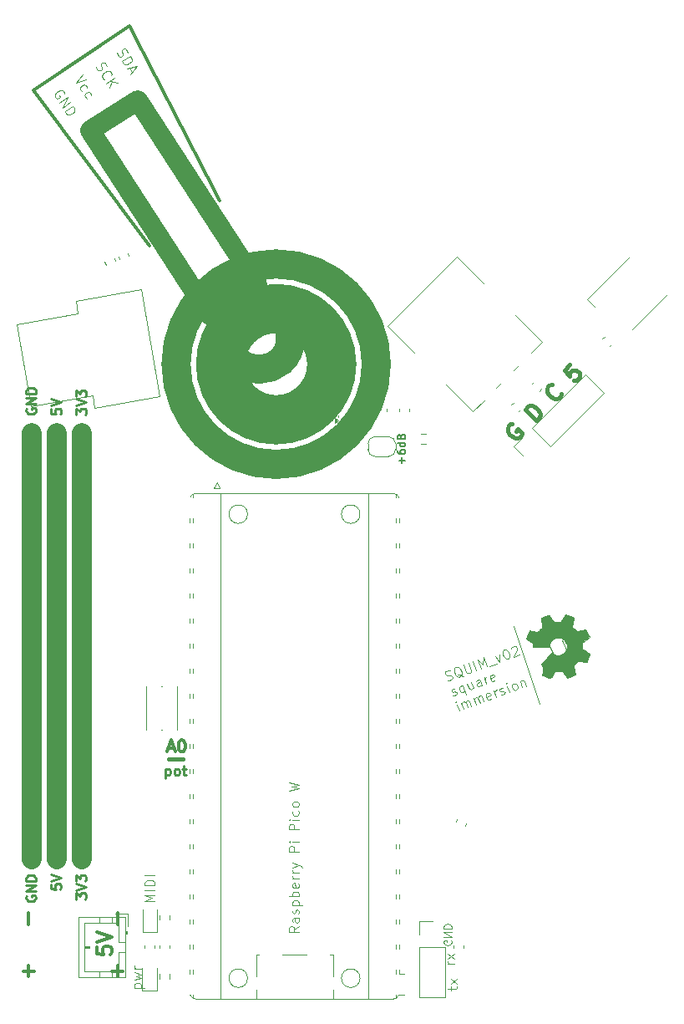
<source format=gbr>
%TF.GenerationSoftware,KiCad,Pcbnew,8.0.6*%
%TF.CreationDate,2024-11-07T16:30:56+01:00*%
%TF.ProjectId,SQUIM_v02,53515549-4d5f-4763-9032-2e6b69636164,rev?*%
%TF.SameCoordinates,Original*%
%TF.FileFunction,Legend,Top*%
%TF.FilePolarity,Positive*%
%FSLAX46Y46*%
G04 Gerber Fmt 4.6, Leading zero omitted, Abs format (unit mm)*
G04 Created by KiCad (PCBNEW 8.0.6) date 2024-11-07 16:30:56*
%MOMM*%
%LPD*%
G01*
G04 APERTURE LIST*
%ADD10C,0.300000*%
%ADD11C,0.400000*%
%ADD12C,5.000000*%
%ADD13C,3.000000*%
%ADD14C,2.000000*%
%ADD15C,0.100000*%
%ADD16C,0.250000*%
%ADD17C,0.375000*%
%ADD18C,0.150000*%
%ADD19C,0.120000*%
%ADD20C,0.010000*%
G04 APERTURE END LIST*
D10*
X125510228Y-59419994D02*
X134610228Y-77119994D01*
X115760228Y-65919994D02*
X127510228Y-81669994D01*
X125510228Y-59419994D02*
X115760228Y-65919994D01*
D11*
X164236510Y-99721260D02*
X164074886Y-99775135D01*
X164074886Y-99775135D02*
X163913262Y-99936760D01*
X163913262Y-99936760D02*
X163805512Y-100152259D01*
X163805512Y-100152259D02*
X163805512Y-100367758D01*
X163805512Y-100367758D02*
X163859387Y-100529382D01*
X163859387Y-100529382D02*
X164021011Y-100798756D01*
X164021011Y-100798756D02*
X164182636Y-100960381D01*
X164182636Y-100960381D02*
X164452010Y-101122005D01*
X164452010Y-101122005D02*
X164613634Y-101175880D01*
X164613634Y-101175880D02*
X164829133Y-101175880D01*
X164829133Y-101175880D02*
X165044632Y-101068131D01*
X165044632Y-101068131D02*
X165152382Y-100960381D01*
X165152382Y-100960381D02*
X165260132Y-100744882D01*
X165260132Y-100744882D02*
X165260132Y-100637132D01*
X165260132Y-100637132D02*
X164883008Y-100260008D01*
X164883008Y-100260008D02*
X164667509Y-100475508D01*
X166714752Y-99398011D02*
X165583381Y-98266641D01*
X165583381Y-98266641D02*
X165852755Y-97997267D01*
X165852755Y-97997267D02*
X166068254Y-97889517D01*
X166068254Y-97889517D02*
X166283753Y-97889517D01*
X166283753Y-97889517D02*
X166445377Y-97943392D01*
X166445377Y-97943392D02*
X166714752Y-98105016D01*
X166714752Y-98105016D02*
X166876376Y-98266641D01*
X166876376Y-98266641D02*
X167038000Y-98536015D01*
X167038000Y-98536015D02*
X167091875Y-98697639D01*
X167091875Y-98697639D02*
X167091875Y-98913138D01*
X167091875Y-98913138D02*
X166984126Y-99128637D01*
X166984126Y-99128637D02*
X166714752Y-99398011D01*
X169246867Y-96650396D02*
X169246867Y-96758146D01*
X169246867Y-96758146D02*
X169139118Y-96973645D01*
X169139118Y-96973645D02*
X169031368Y-97081395D01*
X169031368Y-97081395D02*
X168815869Y-97189144D01*
X168815869Y-97189144D02*
X168600370Y-97189144D01*
X168600370Y-97189144D02*
X168438745Y-97135269D01*
X168438745Y-97135269D02*
X168169371Y-96973645D01*
X168169371Y-96973645D02*
X168007747Y-96812021D01*
X168007747Y-96812021D02*
X167846123Y-96542647D01*
X167846123Y-96542647D02*
X167792248Y-96381022D01*
X167792248Y-96381022D02*
X167792248Y-96165523D01*
X167792248Y-96165523D02*
X167899997Y-95950024D01*
X167899997Y-95950024D02*
X168007747Y-95842274D01*
X168007747Y-95842274D02*
X168223246Y-95734525D01*
X168223246Y-95734525D02*
X168330996Y-95734525D01*
X170108865Y-93741157D02*
X169570117Y-94279905D01*
X169570117Y-94279905D02*
X170054990Y-94872527D01*
X170054990Y-94872527D02*
X170054990Y-94764778D01*
X170054990Y-94764778D02*
X170108865Y-94603153D01*
X170108865Y-94603153D02*
X170378239Y-94333779D01*
X170378239Y-94333779D02*
X170539863Y-94279905D01*
X170539863Y-94279905D02*
X170647613Y-94279905D01*
X170647613Y-94279905D02*
X170809237Y-94333779D01*
X170809237Y-94333779D02*
X171078611Y-94603153D01*
X171078611Y-94603153D02*
X171132486Y-94764778D01*
X171132486Y-94764778D02*
X171132486Y-94872527D01*
X171132486Y-94872527D02*
X171078611Y-95034152D01*
X171078611Y-95034152D02*
X170809237Y-95303526D01*
X170809237Y-95303526D02*
X170647613Y-95357401D01*
X170647613Y-95357401D02*
X170539863Y-95357401D01*
D10*
X129420003Y-132614679D02*
X129991432Y-132614679D01*
X129305717Y-132957536D02*
X129705717Y-131757536D01*
X129705717Y-131757536D02*
X130105717Y-132957536D01*
X130734288Y-131757536D02*
X130848574Y-131757536D01*
X130848574Y-131757536D02*
X130962860Y-131814679D01*
X130962860Y-131814679D02*
X131020003Y-131871822D01*
X131020003Y-131871822D02*
X131077145Y-131986108D01*
X131077145Y-131986108D02*
X131134288Y-132214679D01*
X131134288Y-132214679D02*
X131134288Y-132500394D01*
X131134288Y-132500394D02*
X131077145Y-132728965D01*
X131077145Y-132728965D02*
X131020003Y-132843251D01*
X131020003Y-132843251D02*
X130962860Y-132900394D01*
X130962860Y-132900394D02*
X130848574Y-132957536D01*
X130848574Y-132957536D02*
X130734288Y-132957536D01*
X130734288Y-132957536D02*
X130620003Y-132900394D01*
X130620003Y-132900394D02*
X130562860Y-132843251D01*
X130562860Y-132843251D02*
X130505717Y-132728965D01*
X130505717Y-132728965D02*
X130448574Y-132500394D01*
X130448574Y-132500394D02*
X130448574Y-132214679D01*
X130448574Y-132214679D02*
X130505717Y-131986108D01*
X130505717Y-131986108D02*
X130562860Y-131871822D01*
X130562860Y-131871822D02*
X130620003Y-131814679D01*
X130620003Y-131814679D02*
X130734288Y-131757536D01*
D12*
X145985601Y-93700000D02*
G75*
G02*
X134714399Y-93700000I-5635601J0D01*
G01*
X134714399Y-93700000D02*
G75*
G02*
X145985601Y-93700000I5635601J0D01*
G01*
D11*
X130900000Y-133700000D02*
X129450000Y-133700000D01*
D13*
X150501108Y-93700000D02*
G75*
G02*
X130198892Y-93700000I-10151108J0D01*
G01*
X130198892Y-93700000D02*
G75*
G02*
X150501108Y-93700000I10151108J0D01*
G01*
D14*
X118080228Y-143819994D02*
X118080228Y-100639994D01*
D15*
X164410228Y-120269994D02*
X167010228Y-128119994D01*
D14*
X115540228Y-143819994D02*
X115540228Y-100639994D01*
X120620228Y-143819994D02*
X120620228Y-100639994D01*
D13*
X141817530Y-91000000D02*
G75*
G02*
X135382470Y-91000000I-3217530J0D01*
G01*
X135382470Y-91000000D02*
G75*
G02*
X141817530Y-91000000I3217530J0D01*
G01*
D16*
X117539619Y-98221241D02*
X117539619Y-98697431D01*
X117539619Y-98697431D02*
X118015809Y-98745050D01*
X118015809Y-98745050D02*
X117968190Y-98697431D01*
X117968190Y-98697431D02*
X117920571Y-98602193D01*
X117920571Y-98602193D02*
X117920571Y-98364098D01*
X117920571Y-98364098D02*
X117968190Y-98268860D01*
X117968190Y-98268860D02*
X118015809Y-98221241D01*
X118015809Y-98221241D02*
X118111047Y-98173622D01*
X118111047Y-98173622D02*
X118349142Y-98173622D01*
X118349142Y-98173622D02*
X118444380Y-98221241D01*
X118444380Y-98221241D02*
X118492000Y-98268860D01*
X118492000Y-98268860D02*
X118539619Y-98364098D01*
X118539619Y-98364098D02*
X118539619Y-98602193D01*
X118539619Y-98602193D02*
X118492000Y-98697431D01*
X118492000Y-98697431D02*
X118444380Y-98745050D01*
X117539619Y-97887907D02*
X118539619Y-97554574D01*
X118539619Y-97554574D02*
X117539619Y-97221241D01*
D17*
X115255728Y-155734279D02*
X115255728Y-154591422D01*
X115827156Y-155162850D02*
X114684299Y-155162850D01*
X115255728Y-150448565D02*
X115255728Y-149305708D01*
D15*
X157729621Y-125722012D02*
X157880150Y-125717900D01*
X157880150Y-125717900D02*
X158103886Y-125636466D01*
X158103886Y-125636466D02*
X158177094Y-125559146D01*
X158177094Y-125559146D02*
X158205554Y-125498112D01*
X158205554Y-125498112D02*
X158217728Y-125392331D01*
X158217728Y-125392331D02*
X158185155Y-125302836D01*
X158185155Y-125302836D02*
X158107834Y-125229628D01*
X158107834Y-125229628D02*
X158046800Y-125201168D01*
X158046800Y-125201168D02*
X157941019Y-125188994D01*
X157941019Y-125188994D02*
X157745743Y-125209393D01*
X157745743Y-125209393D02*
X157639962Y-125197219D01*
X157639962Y-125197219D02*
X157578928Y-125168759D01*
X157578928Y-125168759D02*
X157501608Y-125095551D01*
X157501608Y-125095551D02*
X157469034Y-125006056D01*
X157469034Y-125006056D02*
X157481208Y-124900275D01*
X157481208Y-124900275D02*
X157509669Y-124839241D01*
X157509669Y-124839241D02*
X157582877Y-124761920D01*
X157582877Y-124761920D02*
X157806613Y-124680487D01*
X157806613Y-124680487D02*
X157957141Y-124676374D01*
X159344636Y-125286221D02*
X159238854Y-125274047D01*
X159238854Y-125274047D02*
X159116786Y-125217126D01*
X159116786Y-125217126D02*
X158933685Y-125131744D01*
X158933685Y-125131744D02*
X158827903Y-125119570D01*
X158827903Y-125119570D02*
X158738409Y-125152143D01*
X158864589Y-125359593D02*
X158758808Y-125347419D01*
X158758808Y-125347419D02*
X158636740Y-125290498D01*
X158636740Y-125290498D02*
X158526846Y-125127795D01*
X158526846Y-125127795D02*
X158412840Y-124814565D01*
X158412840Y-124814565D02*
X158392440Y-124619289D01*
X158392440Y-124619289D02*
X158449361Y-124497221D01*
X158449361Y-124497221D02*
X158522569Y-124419900D01*
X158522569Y-124419900D02*
X158701558Y-124354754D01*
X158701558Y-124354754D02*
X158807340Y-124366928D01*
X158807340Y-124366928D02*
X158929408Y-124423849D01*
X158929408Y-124423849D02*
X159039301Y-124586551D01*
X159039301Y-124586551D02*
X159153308Y-124899782D01*
X159153308Y-124899782D02*
X159173708Y-125095058D01*
X159173708Y-125095058D02*
X159116786Y-125217126D01*
X159116786Y-125217126D02*
X159043579Y-125294446D01*
X159043579Y-125294446D02*
X158864589Y-125359593D01*
X159328020Y-124126740D02*
X159604894Y-124887444D01*
X159604894Y-124887444D02*
X159682214Y-124960652D01*
X159682214Y-124960652D02*
X159743248Y-124989112D01*
X159743248Y-124989112D02*
X159849029Y-125001286D01*
X159849029Y-125001286D02*
X160028018Y-124936139D01*
X160028018Y-124936139D02*
X160101226Y-124858819D01*
X160101226Y-124858819D02*
X160129687Y-124797785D01*
X160129687Y-124797785D02*
X160141861Y-124692004D01*
X160141861Y-124692004D02*
X159864987Y-123931300D01*
X160654480Y-124708126D02*
X160312460Y-123768433D01*
X161101952Y-124545259D02*
X160759932Y-123605567D01*
X160759932Y-123605567D02*
X161317463Y-124162769D01*
X161317463Y-124162769D02*
X161386394Y-123377553D01*
X161386394Y-123377553D02*
X161728414Y-124317246D01*
X161984724Y-124325307D02*
X162700680Y-124064720D01*
X162574335Y-123299904D02*
X163026085Y-123844932D01*
X163026085Y-123844932D02*
X163021808Y-123137037D01*
X163444769Y-122628366D02*
X163534263Y-122595793D01*
X163534263Y-122595793D02*
X163640044Y-122607967D01*
X163640044Y-122607967D02*
X163701078Y-122636427D01*
X163701078Y-122636427D02*
X163778399Y-122709635D01*
X163778399Y-122709635D02*
X163888293Y-122872338D01*
X163888293Y-122872338D02*
X163969726Y-123096074D01*
X163969726Y-123096074D02*
X163990126Y-123291350D01*
X163990126Y-123291350D02*
X163977952Y-123397131D01*
X163977952Y-123397131D02*
X163949491Y-123458165D01*
X163949491Y-123458165D02*
X163876283Y-123535486D01*
X163876283Y-123535486D02*
X163786789Y-123568059D01*
X163786789Y-123568059D02*
X163681007Y-123555885D01*
X163681007Y-123555885D02*
X163619974Y-123527424D01*
X163619974Y-123527424D02*
X163542653Y-123454217D01*
X163542653Y-123454217D02*
X163432759Y-123291514D01*
X163432759Y-123291514D02*
X163351326Y-123067778D01*
X163351326Y-123067778D02*
X163330926Y-122872502D01*
X163330926Y-122872502D02*
X163343100Y-122766721D01*
X163343100Y-122766721D02*
X163371561Y-122705687D01*
X163371561Y-122705687D02*
X163444769Y-122628366D01*
X164148551Y-122473561D02*
X164177012Y-122412527D01*
X164177012Y-122412527D02*
X164250219Y-122335206D01*
X164250219Y-122335206D02*
X164473956Y-122253773D01*
X164473956Y-122253773D02*
X164579737Y-122265947D01*
X164579737Y-122265947D02*
X164640771Y-122294407D01*
X164640771Y-122294407D02*
X164718092Y-122367615D01*
X164718092Y-122367615D02*
X164750665Y-122457110D01*
X164750665Y-122457110D02*
X164754778Y-122607638D01*
X164754778Y-122607638D02*
X164413250Y-123340045D01*
X164413250Y-123340045D02*
X164994965Y-123128319D01*
X158280254Y-127234864D02*
X158386035Y-127247038D01*
X158386035Y-127247038D02*
X158565024Y-127181892D01*
X158565024Y-127181892D02*
X158638232Y-127104571D01*
X158638232Y-127104571D02*
X158650406Y-126998790D01*
X158650406Y-126998790D02*
X158634119Y-126954043D01*
X158634119Y-126954043D02*
X158556799Y-126880835D01*
X158556799Y-126880835D02*
X158451018Y-126868661D01*
X158451018Y-126868661D02*
X158316776Y-126917521D01*
X158316776Y-126917521D02*
X158210995Y-126905347D01*
X158210995Y-126905347D02*
X158133674Y-126832139D01*
X158133674Y-126832139D02*
X158117387Y-126787392D01*
X158117387Y-126787392D02*
X158129561Y-126681611D01*
X158129561Y-126681611D02*
X158202769Y-126604290D01*
X158202769Y-126604290D02*
X158337011Y-126555430D01*
X158337011Y-126555430D02*
X158442792Y-126567604D01*
X159276704Y-126213410D02*
X159618724Y-127153102D01*
X159488430Y-126795124D02*
X159415223Y-126872445D01*
X159415223Y-126872445D02*
X159236234Y-126937592D01*
X159236234Y-126937592D02*
X159130452Y-126925418D01*
X159130452Y-126925418D02*
X159069418Y-126896957D01*
X159069418Y-126896957D02*
X158992098Y-126823749D01*
X158992098Y-126823749D02*
X158894378Y-126555266D01*
X158894378Y-126555266D02*
X158906552Y-126449484D01*
X158906552Y-126449484D02*
X158935012Y-126388450D01*
X158935012Y-126388450D02*
X159008220Y-126311130D01*
X159008220Y-126311130D02*
X159187209Y-126245983D01*
X159187209Y-126245983D02*
X159292990Y-126258157D01*
X160126902Y-125903963D02*
X160354915Y-126530425D01*
X159724176Y-126050543D02*
X159903330Y-126542763D01*
X159903330Y-126542763D02*
X159980651Y-126615971D01*
X159980651Y-126615971D02*
X160086432Y-126628145D01*
X160086432Y-126628145D02*
X160220674Y-126579285D01*
X160220674Y-126579285D02*
X160293881Y-126501964D01*
X160293881Y-126501964D02*
X160322342Y-126440930D01*
X161205114Y-126220978D02*
X161025960Y-125728758D01*
X161025960Y-125728758D02*
X160948639Y-125655550D01*
X160948639Y-125655550D02*
X160842858Y-125643376D01*
X160842858Y-125643376D02*
X160663869Y-125708523D01*
X160663869Y-125708523D02*
X160590661Y-125785843D01*
X161188827Y-126176231D02*
X161115619Y-126253551D01*
X161115619Y-126253551D02*
X160891883Y-126334985D01*
X160891883Y-126334985D02*
X160786101Y-126322811D01*
X160786101Y-126322811D02*
X160708781Y-126249603D01*
X160708781Y-126249603D02*
X160676207Y-126160108D01*
X160676207Y-126160108D02*
X160688381Y-126054327D01*
X160688381Y-126054327D02*
X160761589Y-125977006D01*
X160761589Y-125977006D02*
X160985326Y-125895573D01*
X160985326Y-125895573D02*
X161058533Y-125818252D01*
X161652586Y-126058111D02*
X161424573Y-125431649D01*
X161489720Y-125610638D02*
X161501893Y-125504857D01*
X161501893Y-125504857D02*
X161530354Y-125443823D01*
X161530354Y-125443823D02*
X161603562Y-125366503D01*
X161603562Y-125366503D02*
X161693056Y-125333929D01*
X162575993Y-125671344D02*
X162502785Y-125748664D01*
X162502785Y-125748664D02*
X162323796Y-125813811D01*
X162323796Y-125813811D02*
X162218014Y-125801637D01*
X162218014Y-125801637D02*
X162140694Y-125728429D01*
X162140694Y-125728429D02*
X162010400Y-125370451D01*
X162010400Y-125370451D02*
X162022574Y-125264670D01*
X162022574Y-125264670D02*
X162095782Y-125187349D01*
X162095782Y-125187349D02*
X162274771Y-125122202D01*
X162274771Y-125122202D02*
X162380552Y-125134376D01*
X162380552Y-125134376D02*
X162457873Y-125207584D01*
X162457873Y-125207584D02*
X162490446Y-125297079D01*
X162490446Y-125297079D02*
X162075547Y-125549440D01*
X158891921Y-128776177D02*
X158663908Y-128149715D01*
X158549901Y-127836484D02*
X158521440Y-127897518D01*
X158521440Y-127897518D02*
X158582474Y-127925979D01*
X158582474Y-127925979D02*
X158610935Y-127864945D01*
X158610935Y-127864945D02*
X158549901Y-127836484D01*
X158549901Y-127836484D02*
X158582474Y-127925979D01*
X159339393Y-128613311D02*
X159111380Y-127986849D01*
X159143953Y-128076343D02*
X159172414Y-128015309D01*
X159172414Y-128015309D02*
X159245622Y-127937989D01*
X159245622Y-127937989D02*
X159379863Y-127889129D01*
X159379863Y-127889129D02*
X159485645Y-127901303D01*
X159485645Y-127901303D02*
X159562965Y-127974511D01*
X159562965Y-127974511D02*
X159742119Y-128466730D01*
X159562965Y-127974511D02*
X159575139Y-127868729D01*
X159575139Y-127868729D02*
X159648347Y-127791409D01*
X159648347Y-127791409D02*
X159782589Y-127742549D01*
X159782589Y-127742549D02*
X159888370Y-127754723D01*
X159888370Y-127754723D02*
X159965691Y-127827930D01*
X159965691Y-127827930D02*
X160144844Y-128320150D01*
X160592316Y-128157284D02*
X160364303Y-127530822D01*
X160396876Y-127620317D02*
X160425337Y-127559283D01*
X160425337Y-127559283D02*
X160498545Y-127481962D01*
X160498545Y-127481962D02*
X160632787Y-127433102D01*
X160632787Y-127433102D02*
X160738568Y-127445276D01*
X160738568Y-127445276D02*
X160815888Y-127518484D01*
X160815888Y-127518484D02*
X160995042Y-128010704D01*
X160815888Y-127518484D02*
X160828062Y-127412703D01*
X160828062Y-127412703D02*
X160901270Y-127335382D01*
X160901270Y-127335382D02*
X161035512Y-127286522D01*
X161035512Y-127286522D02*
X161141293Y-127298696D01*
X161141293Y-127298696D02*
X161218614Y-127371904D01*
X161218614Y-127371904D02*
X161397767Y-127864124D01*
X162186931Y-127526216D02*
X162113723Y-127603537D01*
X162113723Y-127603537D02*
X161934734Y-127668684D01*
X161934734Y-127668684D02*
X161828953Y-127656510D01*
X161828953Y-127656510D02*
X161751632Y-127583302D01*
X161751632Y-127583302D02*
X161621339Y-127225324D01*
X161621339Y-127225324D02*
X161633513Y-127119543D01*
X161633513Y-127119543D02*
X161706721Y-127042222D01*
X161706721Y-127042222D02*
X161885710Y-126977075D01*
X161885710Y-126977075D02*
X161991491Y-126989249D01*
X161991491Y-126989249D02*
X162068812Y-127062457D01*
X162068812Y-127062457D02*
X162101385Y-127151952D01*
X162101385Y-127151952D02*
X161686486Y-127404313D01*
X162650691Y-127408097D02*
X162422677Y-126781635D01*
X162487824Y-126960624D02*
X162499998Y-126854843D01*
X162499998Y-126854843D02*
X162528458Y-126793809D01*
X162528458Y-126793809D02*
X162601666Y-126716488D01*
X162601666Y-126716488D02*
X162691161Y-126683915D01*
X163171371Y-127167909D02*
X163277153Y-127180083D01*
X163277153Y-127180083D02*
X163456142Y-127114937D01*
X163456142Y-127114937D02*
X163529350Y-127037616D01*
X163529350Y-127037616D02*
X163541524Y-126931835D01*
X163541524Y-126931835D02*
X163525237Y-126887088D01*
X163525237Y-126887088D02*
X163447916Y-126813880D01*
X163447916Y-126813880D02*
X163342135Y-126801706D01*
X163342135Y-126801706D02*
X163207893Y-126850566D01*
X163207893Y-126850566D02*
X163102112Y-126838392D01*
X163102112Y-126838392D02*
X163024791Y-126765184D01*
X163024791Y-126765184D02*
X163008505Y-126720437D01*
X163008505Y-126720437D02*
X163020679Y-126614655D01*
X163020679Y-126614655D02*
X163093887Y-126537335D01*
X163093887Y-126537335D02*
X163228128Y-126488475D01*
X163228128Y-126488475D02*
X163333910Y-126500649D01*
X163993109Y-126919496D02*
X163765096Y-126293035D01*
X163651089Y-125979804D02*
X163622628Y-126040838D01*
X163622628Y-126040838D02*
X163683662Y-126069298D01*
X163683662Y-126069298D02*
X163712123Y-126008264D01*
X163712123Y-126008264D02*
X163651089Y-125979804D01*
X163651089Y-125979804D02*
X163683662Y-126069298D01*
X164574823Y-126707770D02*
X164469042Y-126695596D01*
X164469042Y-126695596D02*
X164408008Y-126667135D01*
X164408008Y-126667135D02*
X164330687Y-126593927D01*
X164330687Y-126593927D02*
X164232967Y-126325444D01*
X164232967Y-126325444D02*
X164245141Y-126219663D01*
X164245141Y-126219663D02*
X164273602Y-126158629D01*
X164273602Y-126158629D02*
X164346810Y-126081308D01*
X164346810Y-126081308D02*
X164481052Y-126032448D01*
X164481052Y-126032448D02*
X164586833Y-126044622D01*
X164586833Y-126044622D02*
X164647867Y-126073083D01*
X164647867Y-126073083D02*
X164725187Y-126146290D01*
X164725187Y-126146290D02*
X164822907Y-126414774D01*
X164822907Y-126414774D02*
X164810733Y-126520555D01*
X164810733Y-126520555D02*
X164782273Y-126581589D01*
X164782273Y-126581589D02*
X164709065Y-126658910D01*
X164709065Y-126658910D02*
X164574823Y-126707770D01*
X165062766Y-125820721D02*
X165290780Y-126447183D01*
X165095339Y-125910216D02*
X165123800Y-125849182D01*
X165123800Y-125849182D02*
X165197008Y-125771861D01*
X165197008Y-125771861D02*
X165331250Y-125723001D01*
X165331250Y-125723001D02*
X165437031Y-125735175D01*
X165437031Y-125735175D02*
X165514352Y-125808383D01*
X165514352Y-125808383D02*
X165693505Y-126300603D01*
X158095237Y-152079517D02*
X158133332Y-152155707D01*
X158133332Y-152155707D02*
X158133332Y-152269993D01*
X158133332Y-152269993D02*
X158095237Y-152384279D01*
X158095237Y-152384279D02*
X158019047Y-152460469D01*
X158019047Y-152460469D02*
X157942856Y-152498564D01*
X157942856Y-152498564D02*
X157790475Y-152536660D01*
X157790475Y-152536660D02*
X157676189Y-152536660D01*
X157676189Y-152536660D02*
X157523808Y-152498564D01*
X157523808Y-152498564D02*
X157447618Y-152460469D01*
X157447618Y-152460469D02*
X157371428Y-152384279D01*
X157371428Y-152384279D02*
X157333332Y-152269993D01*
X157333332Y-152269993D02*
X157333332Y-152193802D01*
X157333332Y-152193802D02*
X157371428Y-152079517D01*
X157371428Y-152079517D02*
X157409523Y-152041421D01*
X157409523Y-152041421D02*
X157676189Y-152041421D01*
X157676189Y-152041421D02*
X157676189Y-152193802D01*
X157333332Y-151698564D02*
X158133332Y-151698564D01*
X158133332Y-151698564D02*
X157333332Y-151241421D01*
X157333332Y-151241421D02*
X158133332Y-151241421D01*
X157333332Y-150860469D02*
X158133332Y-150860469D01*
X158133332Y-150860469D02*
X158133332Y-150669993D01*
X158133332Y-150669993D02*
X158095237Y-150555707D01*
X158095237Y-150555707D02*
X158019047Y-150479517D01*
X158019047Y-150479517D02*
X157942856Y-150441422D01*
X157942856Y-150441422D02*
X157790475Y-150403326D01*
X157790475Y-150403326D02*
X157676189Y-150403326D01*
X157676189Y-150403326D02*
X157523808Y-150441422D01*
X157523808Y-150441422D02*
X157447618Y-150479517D01*
X157447618Y-150479517D02*
X157371428Y-150555707D01*
X157371428Y-150555707D02*
X157333332Y-150669993D01*
X157333332Y-150669993D02*
X157333332Y-150860469D01*
D16*
X120069847Y-147873514D02*
X120069847Y-147254467D01*
X120069847Y-147254467D02*
X120450799Y-147587800D01*
X120450799Y-147587800D02*
X120450799Y-147444943D01*
X120450799Y-147444943D02*
X120498418Y-147349705D01*
X120498418Y-147349705D02*
X120546037Y-147302086D01*
X120546037Y-147302086D02*
X120641275Y-147254467D01*
X120641275Y-147254467D02*
X120879370Y-147254467D01*
X120879370Y-147254467D02*
X120974608Y-147302086D01*
X120974608Y-147302086D02*
X121022228Y-147349705D01*
X121022228Y-147349705D02*
X121069847Y-147444943D01*
X121069847Y-147444943D02*
X121069847Y-147730657D01*
X121069847Y-147730657D02*
X121022228Y-147825895D01*
X121022228Y-147825895D02*
X120974608Y-147873514D01*
X120069847Y-146968752D02*
X121069847Y-146635419D01*
X121069847Y-146635419D02*
X120069847Y-146302086D01*
X120069847Y-146063990D02*
X120069847Y-145444943D01*
X120069847Y-145444943D02*
X120450799Y-145778276D01*
X120450799Y-145778276D02*
X120450799Y-145635419D01*
X120450799Y-145635419D02*
X120498418Y-145540181D01*
X120498418Y-145540181D02*
X120546037Y-145492562D01*
X120546037Y-145492562D02*
X120641275Y-145444943D01*
X120641275Y-145444943D02*
X120879370Y-145444943D01*
X120879370Y-145444943D02*
X120974608Y-145492562D01*
X120974608Y-145492562D02*
X121022228Y-145540181D01*
X121022228Y-145540181D02*
X121069847Y-145635419D01*
X121069847Y-145635419D02*
X121069847Y-145921133D01*
X121069847Y-145921133D02*
X121022228Y-146016371D01*
X121022228Y-146016371D02*
X120974608Y-146063990D01*
D15*
X125975980Y-156876109D02*
X126975980Y-156876109D01*
X126023599Y-156876109D02*
X125975980Y-156780871D01*
X125975980Y-156780871D02*
X125975980Y-156590395D01*
X125975980Y-156590395D02*
X126023599Y-156495157D01*
X126023599Y-156495157D02*
X126071218Y-156447538D01*
X126071218Y-156447538D02*
X126166456Y-156399919D01*
X126166456Y-156399919D02*
X126452170Y-156399919D01*
X126452170Y-156399919D02*
X126547408Y-156447538D01*
X126547408Y-156447538D02*
X126595028Y-156495157D01*
X126595028Y-156495157D02*
X126642647Y-156590395D01*
X126642647Y-156590395D02*
X126642647Y-156780871D01*
X126642647Y-156780871D02*
X126595028Y-156876109D01*
X125975980Y-156066585D02*
X126642647Y-155876109D01*
X126642647Y-155876109D02*
X126166456Y-155685633D01*
X126166456Y-155685633D02*
X126642647Y-155495157D01*
X126642647Y-155495157D02*
X125975980Y-155304681D01*
X126642647Y-154923728D02*
X125975980Y-154923728D01*
X126166456Y-154923728D02*
X126071218Y-154876109D01*
X126071218Y-154876109D02*
X126023599Y-154828490D01*
X126023599Y-154828490D02*
X125975980Y-154733252D01*
X125975980Y-154733252D02*
X125975980Y-154638014D01*
X142652647Y-150644681D02*
X142176456Y-150978014D01*
X142652647Y-151216109D02*
X141652647Y-151216109D01*
X141652647Y-151216109D02*
X141652647Y-150835157D01*
X141652647Y-150835157D02*
X141700266Y-150739919D01*
X141700266Y-150739919D02*
X141747885Y-150692300D01*
X141747885Y-150692300D02*
X141843123Y-150644681D01*
X141843123Y-150644681D02*
X141985980Y-150644681D01*
X141985980Y-150644681D02*
X142081218Y-150692300D01*
X142081218Y-150692300D02*
X142128837Y-150739919D01*
X142128837Y-150739919D02*
X142176456Y-150835157D01*
X142176456Y-150835157D02*
X142176456Y-151216109D01*
X142652647Y-149787538D02*
X142128837Y-149787538D01*
X142128837Y-149787538D02*
X142033599Y-149835157D01*
X142033599Y-149835157D02*
X141985980Y-149930395D01*
X141985980Y-149930395D02*
X141985980Y-150120871D01*
X141985980Y-150120871D02*
X142033599Y-150216109D01*
X142605028Y-149787538D02*
X142652647Y-149882776D01*
X142652647Y-149882776D02*
X142652647Y-150120871D01*
X142652647Y-150120871D02*
X142605028Y-150216109D01*
X142605028Y-150216109D02*
X142509789Y-150263728D01*
X142509789Y-150263728D02*
X142414551Y-150263728D01*
X142414551Y-150263728D02*
X142319313Y-150216109D01*
X142319313Y-150216109D02*
X142271694Y-150120871D01*
X142271694Y-150120871D02*
X142271694Y-149882776D01*
X142271694Y-149882776D02*
X142224075Y-149787538D01*
X142605028Y-149358966D02*
X142652647Y-149263728D01*
X142652647Y-149263728D02*
X142652647Y-149073252D01*
X142652647Y-149073252D02*
X142605028Y-148978014D01*
X142605028Y-148978014D02*
X142509789Y-148930395D01*
X142509789Y-148930395D02*
X142462170Y-148930395D01*
X142462170Y-148930395D02*
X142366932Y-148978014D01*
X142366932Y-148978014D02*
X142319313Y-149073252D01*
X142319313Y-149073252D02*
X142319313Y-149216109D01*
X142319313Y-149216109D02*
X142271694Y-149311347D01*
X142271694Y-149311347D02*
X142176456Y-149358966D01*
X142176456Y-149358966D02*
X142128837Y-149358966D01*
X142128837Y-149358966D02*
X142033599Y-149311347D01*
X142033599Y-149311347D02*
X141985980Y-149216109D01*
X141985980Y-149216109D02*
X141985980Y-149073252D01*
X141985980Y-149073252D02*
X142033599Y-148978014D01*
X141985980Y-148501823D02*
X142985980Y-148501823D01*
X142033599Y-148501823D02*
X141985980Y-148406585D01*
X141985980Y-148406585D02*
X141985980Y-148216109D01*
X141985980Y-148216109D02*
X142033599Y-148120871D01*
X142033599Y-148120871D02*
X142081218Y-148073252D01*
X142081218Y-148073252D02*
X142176456Y-148025633D01*
X142176456Y-148025633D02*
X142462170Y-148025633D01*
X142462170Y-148025633D02*
X142557408Y-148073252D01*
X142557408Y-148073252D02*
X142605028Y-148120871D01*
X142605028Y-148120871D02*
X142652647Y-148216109D01*
X142652647Y-148216109D02*
X142652647Y-148406585D01*
X142652647Y-148406585D02*
X142605028Y-148501823D01*
X142652647Y-147597061D02*
X141652647Y-147597061D01*
X142033599Y-147597061D02*
X141985980Y-147501823D01*
X141985980Y-147501823D02*
X141985980Y-147311347D01*
X141985980Y-147311347D02*
X142033599Y-147216109D01*
X142033599Y-147216109D02*
X142081218Y-147168490D01*
X142081218Y-147168490D02*
X142176456Y-147120871D01*
X142176456Y-147120871D02*
X142462170Y-147120871D01*
X142462170Y-147120871D02*
X142557408Y-147168490D01*
X142557408Y-147168490D02*
X142605028Y-147216109D01*
X142605028Y-147216109D02*
X142652647Y-147311347D01*
X142652647Y-147311347D02*
X142652647Y-147501823D01*
X142652647Y-147501823D02*
X142605028Y-147597061D01*
X142605028Y-146311347D02*
X142652647Y-146406585D01*
X142652647Y-146406585D02*
X142652647Y-146597061D01*
X142652647Y-146597061D02*
X142605028Y-146692299D01*
X142605028Y-146692299D02*
X142509789Y-146739918D01*
X142509789Y-146739918D02*
X142128837Y-146739918D01*
X142128837Y-146739918D02*
X142033599Y-146692299D01*
X142033599Y-146692299D02*
X141985980Y-146597061D01*
X141985980Y-146597061D02*
X141985980Y-146406585D01*
X141985980Y-146406585D02*
X142033599Y-146311347D01*
X142033599Y-146311347D02*
X142128837Y-146263728D01*
X142128837Y-146263728D02*
X142224075Y-146263728D01*
X142224075Y-146263728D02*
X142319313Y-146739918D01*
X142652647Y-145835156D02*
X141985980Y-145835156D01*
X142176456Y-145835156D02*
X142081218Y-145787537D01*
X142081218Y-145787537D02*
X142033599Y-145739918D01*
X142033599Y-145739918D02*
X141985980Y-145644680D01*
X141985980Y-145644680D02*
X141985980Y-145549442D01*
X142652647Y-145216108D02*
X141985980Y-145216108D01*
X142176456Y-145216108D02*
X142081218Y-145168489D01*
X142081218Y-145168489D02*
X142033599Y-145120870D01*
X142033599Y-145120870D02*
X141985980Y-145025632D01*
X141985980Y-145025632D02*
X141985980Y-144930394D01*
X141985980Y-144692298D02*
X142652647Y-144454203D01*
X141985980Y-144216108D02*
X142652647Y-144454203D01*
X142652647Y-144454203D02*
X142890742Y-144549441D01*
X142890742Y-144549441D02*
X142938361Y-144597060D01*
X142938361Y-144597060D02*
X142985980Y-144692298D01*
X142652647Y-143073250D02*
X141652647Y-143073250D01*
X141652647Y-143073250D02*
X141652647Y-142692298D01*
X141652647Y-142692298D02*
X141700266Y-142597060D01*
X141700266Y-142597060D02*
X141747885Y-142549441D01*
X141747885Y-142549441D02*
X141843123Y-142501822D01*
X141843123Y-142501822D02*
X141985980Y-142501822D01*
X141985980Y-142501822D02*
X142081218Y-142549441D01*
X142081218Y-142549441D02*
X142128837Y-142597060D01*
X142128837Y-142597060D02*
X142176456Y-142692298D01*
X142176456Y-142692298D02*
X142176456Y-143073250D01*
X142652647Y-142073250D02*
X141985980Y-142073250D01*
X141652647Y-142073250D02*
X141700266Y-142120869D01*
X141700266Y-142120869D02*
X141747885Y-142073250D01*
X141747885Y-142073250D02*
X141700266Y-142025631D01*
X141700266Y-142025631D02*
X141652647Y-142073250D01*
X141652647Y-142073250D02*
X141747885Y-142073250D01*
X142652647Y-140835155D02*
X141652647Y-140835155D01*
X141652647Y-140835155D02*
X141652647Y-140454203D01*
X141652647Y-140454203D02*
X141700266Y-140358965D01*
X141700266Y-140358965D02*
X141747885Y-140311346D01*
X141747885Y-140311346D02*
X141843123Y-140263727D01*
X141843123Y-140263727D02*
X141985980Y-140263727D01*
X141985980Y-140263727D02*
X142081218Y-140311346D01*
X142081218Y-140311346D02*
X142128837Y-140358965D01*
X142128837Y-140358965D02*
X142176456Y-140454203D01*
X142176456Y-140454203D02*
X142176456Y-140835155D01*
X142652647Y-139835155D02*
X141985980Y-139835155D01*
X141652647Y-139835155D02*
X141700266Y-139882774D01*
X141700266Y-139882774D02*
X141747885Y-139835155D01*
X141747885Y-139835155D02*
X141700266Y-139787536D01*
X141700266Y-139787536D02*
X141652647Y-139835155D01*
X141652647Y-139835155D02*
X141747885Y-139835155D01*
X142605028Y-138930394D02*
X142652647Y-139025632D01*
X142652647Y-139025632D02*
X142652647Y-139216108D01*
X142652647Y-139216108D02*
X142605028Y-139311346D01*
X142605028Y-139311346D02*
X142557408Y-139358965D01*
X142557408Y-139358965D02*
X142462170Y-139406584D01*
X142462170Y-139406584D02*
X142176456Y-139406584D01*
X142176456Y-139406584D02*
X142081218Y-139358965D01*
X142081218Y-139358965D02*
X142033599Y-139311346D01*
X142033599Y-139311346D02*
X141985980Y-139216108D01*
X141985980Y-139216108D02*
X141985980Y-139025632D01*
X141985980Y-139025632D02*
X142033599Y-138930394D01*
X142652647Y-138358965D02*
X142605028Y-138454203D01*
X142605028Y-138454203D02*
X142557408Y-138501822D01*
X142557408Y-138501822D02*
X142462170Y-138549441D01*
X142462170Y-138549441D02*
X142176456Y-138549441D01*
X142176456Y-138549441D02*
X142081218Y-138501822D01*
X142081218Y-138501822D02*
X142033599Y-138454203D01*
X142033599Y-138454203D02*
X141985980Y-138358965D01*
X141985980Y-138358965D02*
X141985980Y-138216108D01*
X141985980Y-138216108D02*
X142033599Y-138120870D01*
X142033599Y-138120870D02*
X142081218Y-138073251D01*
X142081218Y-138073251D02*
X142176456Y-138025632D01*
X142176456Y-138025632D02*
X142462170Y-138025632D01*
X142462170Y-138025632D02*
X142557408Y-138073251D01*
X142557408Y-138073251D02*
X142605028Y-138120870D01*
X142605028Y-138120870D02*
X142652647Y-138216108D01*
X142652647Y-138216108D02*
X142652647Y-138358965D01*
X141652647Y-136930393D02*
X142652647Y-136692298D01*
X142652647Y-136692298D02*
X141938361Y-136501822D01*
X141938361Y-136501822D02*
X142652647Y-136311346D01*
X142652647Y-136311346D02*
X141652647Y-136073251D01*
D17*
X124255728Y-155734279D02*
X124255728Y-154591422D01*
X124827156Y-155162850D02*
X123684299Y-155162850D01*
X124255728Y-150448565D02*
X124255728Y-149305708D01*
D16*
X115047238Y-98173622D02*
X114999619Y-98268860D01*
X114999619Y-98268860D02*
X114999619Y-98411717D01*
X114999619Y-98411717D02*
X115047238Y-98554574D01*
X115047238Y-98554574D02*
X115142476Y-98649812D01*
X115142476Y-98649812D02*
X115237714Y-98697431D01*
X115237714Y-98697431D02*
X115428190Y-98745050D01*
X115428190Y-98745050D02*
X115571047Y-98745050D01*
X115571047Y-98745050D02*
X115761523Y-98697431D01*
X115761523Y-98697431D02*
X115856761Y-98649812D01*
X115856761Y-98649812D02*
X115952000Y-98554574D01*
X115952000Y-98554574D02*
X115999619Y-98411717D01*
X115999619Y-98411717D02*
X115999619Y-98316479D01*
X115999619Y-98316479D02*
X115952000Y-98173622D01*
X115952000Y-98173622D02*
X115904380Y-98126003D01*
X115904380Y-98126003D02*
X115571047Y-98126003D01*
X115571047Y-98126003D02*
X115571047Y-98316479D01*
X115999619Y-97697431D02*
X114999619Y-97697431D01*
X114999619Y-97697431D02*
X115999619Y-97126003D01*
X115999619Y-97126003D02*
X114999619Y-97126003D01*
X115999619Y-96649812D02*
X114999619Y-96649812D01*
X114999619Y-96649812D02*
X114999619Y-96411717D01*
X114999619Y-96411717D02*
X115047238Y-96268860D01*
X115047238Y-96268860D02*
X115142476Y-96173622D01*
X115142476Y-96173622D02*
X115237714Y-96126003D01*
X115237714Y-96126003D02*
X115428190Y-96078384D01*
X115428190Y-96078384D02*
X115571047Y-96078384D01*
X115571047Y-96078384D02*
X115761523Y-96126003D01*
X115761523Y-96126003D02*
X115856761Y-96173622D01*
X115856761Y-96173622D02*
X115952000Y-96268860D01*
X115952000Y-96268860D02*
X115999619Y-96411717D01*
X115999619Y-96411717D02*
X115999619Y-96649812D01*
X129152897Y-134667946D02*
X129152897Y-135667946D01*
X129152897Y-134715565D02*
X129248135Y-134667946D01*
X129248135Y-134667946D02*
X129438611Y-134667946D01*
X129438611Y-134667946D02*
X129533849Y-134715565D01*
X129533849Y-134715565D02*
X129581468Y-134763184D01*
X129581468Y-134763184D02*
X129629087Y-134858422D01*
X129629087Y-134858422D02*
X129629087Y-135144136D01*
X129629087Y-135144136D02*
X129581468Y-135239374D01*
X129581468Y-135239374D02*
X129533849Y-135286994D01*
X129533849Y-135286994D02*
X129438611Y-135334613D01*
X129438611Y-135334613D02*
X129248135Y-135334613D01*
X129248135Y-135334613D02*
X129152897Y-135286994D01*
X130200516Y-135334613D02*
X130105278Y-135286994D01*
X130105278Y-135286994D02*
X130057659Y-135239374D01*
X130057659Y-135239374D02*
X130010040Y-135144136D01*
X130010040Y-135144136D02*
X130010040Y-134858422D01*
X130010040Y-134858422D02*
X130057659Y-134763184D01*
X130057659Y-134763184D02*
X130105278Y-134715565D01*
X130105278Y-134715565D02*
X130200516Y-134667946D01*
X130200516Y-134667946D02*
X130343373Y-134667946D01*
X130343373Y-134667946D02*
X130438611Y-134715565D01*
X130438611Y-134715565D02*
X130486230Y-134763184D01*
X130486230Y-134763184D02*
X130533849Y-134858422D01*
X130533849Y-134858422D02*
X130533849Y-135144136D01*
X130533849Y-135144136D02*
X130486230Y-135239374D01*
X130486230Y-135239374D02*
X130438611Y-135286994D01*
X130438611Y-135286994D02*
X130343373Y-135334613D01*
X130343373Y-135334613D02*
X130200516Y-135334613D01*
X130819564Y-134667946D02*
X131200516Y-134667946D01*
X130962421Y-134334613D02*
X130962421Y-135191755D01*
X130962421Y-135191755D02*
X131010040Y-135286994D01*
X131010040Y-135286994D02*
X131105278Y-135334613D01*
X131105278Y-135334613D02*
X131200516Y-135334613D01*
D15*
X158402647Y-154446184D02*
X157735980Y-154446184D01*
X157926456Y-154446184D02*
X157831218Y-154398565D01*
X157831218Y-154398565D02*
X157783599Y-154350946D01*
X157783599Y-154350946D02*
X157735980Y-154255708D01*
X157735980Y-154255708D02*
X157735980Y-154160470D01*
X158402647Y-153922374D02*
X157735980Y-153398565D01*
X157735980Y-153922374D02*
X158402647Y-153398565D01*
D16*
X117529847Y-146349705D02*
X117529847Y-146825895D01*
X117529847Y-146825895D02*
X118006037Y-146873514D01*
X118006037Y-146873514D02*
X117958418Y-146825895D01*
X117958418Y-146825895D02*
X117910799Y-146730657D01*
X117910799Y-146730657D02*
X117910799Y-146492562D01*
X117910799Y-146492562D02*
X117958418Y-146397324D01*
X117958418Y-146397324D02*
X118006037Y-146349705D01*
X118006037Y-146349705D02*
X118101275Y-146302086D01*
X118101275Y-146302086D02*
X118339370Y-146302086D01*
X118339370Y-146302086D02*
X118434608Y-146349705D01*
X118434608Y-146349705D02*
X118482228Y-146397324D01*
X118482228Y-146397324D02*
X118529847Y-146492562D01*
X118529847Y-146492562D02*
X118529847Y-146730657D01*
X118529847Y-146730657D02*
X118482228Y-146825895D01*
X118482228Y-146825895D02*
X118434608Y-146873514D01*
X117529847Y-146016371D02*
X118529847Y-145683038D01*
X118529847Y-145683038D02*
X117529847Y-145349705D01*
D17*
X122177156Y-152705707D02*
X122177156Y-153419993D01*
X122177156Y-153419993D02*
X122891442Y-153491421D01*
X122891442Y-153491421D02*
X122820013Y-153419993D01*
X122820013Y-153419993D02*
X122748585Y-153277136D01*
X122748585Y-153277136D02*
X122748585Y-152919993D01*
X122748585Y-152919993D02*
X122820013Y-152777136D01*
X122820013Y-152777136D02*
X122891442Y-152705707D01*
X122891442Y-152705707D02*
X123034299Y-152634278D01*
X123034299Y-152634278D02*
X123391442Y-152634278D01*
X123391442Y-152634278D02*
X123534299Y-152705707D01*
X123534299Y-152705707D02*
X123605728Y-152777136D01*
X123605728Y-152777136D02*
X123677156Y-152919993D01*
X123677156Y-152919993D02*
X123677156Y-153277136D01*
X123677156Y-153277136D02*
X123605728Y-153419993D01*
X123605728Y-153419993D02*
X123534299Y-153491421D01*
X122177156Y-152205707D02*
X123677156Y-151705707D01*
X123677156Y-151705707D02*
X122177156Y-151205707D01*
D16*
X115037466Y-147540181D02*
X114989847Y-147635419D01*
X114989847Y-147635419D02*
X114989847Y-147778276D01*
X114989847Y-147778276D02*
X115037466Y-147921133D01*
X115037466Y-147921133D02*
X115132704Y-148016371D01*
X115132704Y-148016371D02*
X115227942Y-148063990D01*
X115227942Y-148063990D02*
X115418418Y-148111609D01*
X115418418Y-148111609D02*
X115561275Y-148111609D01*
X115561275Y-148111609D02*
X115751751Y-148063990D01*
X115751751Y-148063990D02*
X115846989Y-148016371D01*
X115846989Y-148016371D02*
X115942228Y-147921133D01*
X115942228Y-147921133D02*
X115989847Y-147778276D01*
X115989847Y-147778276D02*
X115989847Y-147683038D01*
X115989847Y-147683038D02*
X115942228Y-147540181D01*
X115942228Y-147540181D02*
X115894608Y-147492562D01*
X115894608Y-147492562D02*
X115561275Y-147492562D01*
X115561275Y-147492562D02*
X115561275Y-147683038D01*
X115989847Y-147063990D02*
X114989847Y-147063990D01*
X114989847Y-147063990D02*
X115989847Y-146492562D01*
X115989847Y-146492562D02*
X114989847Y-146492562D01*
X115989847Y-146016371D02*
X114989847Y-146016371D01*
X114989847Y-146016371D02*
X114989847Y-145778276D01*
X114989847Y-145778276D02*
X115037466Y-145635419D01*
X115037466Y-145635419D02*
X115132704Y-145540181D01*
X115132704Y-145540181D02*
X115227942Y-145492562D01*
X115227942Y-145492562D02*
X115418418Y-145444943D01*
X115418418Y-145444943D02*
X115561275Y-145444943D01*
X115561275Y-145444943D02*
X115751751Y-145492562D01*
X115751751Y-145492562D02*
X115846989Y-145540181D01*
X115846989Y-145540181D02*
X115942228Y-145635419D01*
X115942228Y-145635419D02*
X115989847Y-145778276D01*
X115989847Y-145778276D02*
X115989847Y-146016371D01*
D18*
X153119761Y-103755833D02*
X153119761Y-103146310D01*
X153424523Y-103451071D02*
X152814999Y-103451071D01*
X152624523Y-102422500D02*
X152624523Y-102574881D01*
X152624523Y-102574881D02*
X152662618Y-102651072D01*
X152662618Y-102651072D02*
X152700713Y-102689167D01*
X152700713Y-102689167D02*
X152814999Y-102765357D01*
X152814999Y-102765357D02*
X152967380Y-102803453D01*
X152967380Y-102803453D02*
X153272142Y-102803453D01*
X153272142Y-102803453D02*
X153348332Y-102765357D01*
X153348332Y-102765357D02*
X153386428Y-102727262D01*
X153386428Y-102727262D02*
X153424523Y-102651072D01*
X153424523Y-102651072D02*
X153424523Y-102498691D01*
X153424523Y-102498691D02*
X153386428Y-102422500D01*
X153386428Y-102422500D02*
X153348332Y-102384405D01*
X153348332Y-102384405D02*
X153272142Y-102346310D01*
X153272142Y-102346310D02*
X153081666Y-102346310D01*
X153081666Y-102346310D02*
X153005475Y-102384405D01*
X153005475Y-102384405D02*
X152967380Y-102422500D01*
X152967380Y-102422500D02*
X152929285Y-102498691D01*
X152929285Y-102498691D02*
X152929285Y-102651072D01*
X152929285Y-102651072D02*
X152967380Y-102727262D01*
X152967380Y-102727262D02*
X153005475Y-102765357D01*
X153005475Y-102765357D02*
X153081666Y-102803453D01*
X153424523Y-101660595D02*
X152624523Y-101660595D01*
X153386428Y-101660595D02*
X153424523Y-101736786D01*
X153424523Y-101736786D02*
X153424523Y-101889167D01*
X153424523Y-101889167D02*
X153386428Y-101965357D01*
X153386428Y-101965357D02*
X153348332Y-102003452D01*
X153348332Y-102003452D02*
X153272142Y-102041548D01*
X153272142Y-102041548D02*
X153043570Y-102041548D01*
X153043570Y-102041548D02*
X152967380Y-102003452D01*
X152967380Y-102003452D02*
X152929285Y-101965357D01*
X152929285Y-101965357D02*
X152891189Y-101889167D01*
X152891189Y-101889167D02*
X152891189Y-101736786D01*
X152891189Y-101736786D02*
X152929285Y-101660595D01*
X153005475Y-101012976D02*
X153043570Y-100898690D01*
X153043570Y-100898690D02*
X153081666Y-100860595D01*
X153081666Y-100860595D02*
X153157856Y-100822499D01*
X153157856Y-100822499D02*
X153272142Y-100822499D01*
X153272142Y-100822499D02*
X153348332Y-100860595D01*
X153348332Y-100860595D02*
X153386428Y-100898690D01*
X153386428Y-100898690D02*
X153424523Y-100974880D01*
X153424523Y-100974880D02*
X153424523Y-101279642D01*
X153424523Y-101279642D02*
X152624523Y-101279642D01*
X152624523Y-101279642D02*
X152624523Y-101012976D01*
X152624523Y-101012976D02*
X152662618Y-100936785D01*
X152662618Y-100936785D02*
X152700713Y-100898690D01*
X152700713Y-100898690D02*
X152776904Y-100860595D01*
X152776904Y-100860595D02*
X152853094Y-100860595D01*
X152853094Y-100860595D02*
X152929285Y-100898690D01*
X152929285Y-100898690D02*
X152967380Y-100936785D01*
X152967380Y-100936785D02*
X153005475Y-101012976D01*
X153005475Y-101012976D02*
X153005475Y-101279642D01*
D15*
X128032647Y-148116109D02*
X127032647Y-148116109D01*
X127032647Y-148116109D02*
X127746932Y-147782776D01*
X127746932Y-147782776D02*
X127032647Y-147449443D01*
X127032647Y-147449443D02*
X128032647Y-147449443D01*
X128032647Y-146973252D02*
X127032647Y-146973252D01*
X128032647Y-146497062D02*
X127032647Y-146497062D01*
X127032647Y-146497062D02*
X127032647Y-146258967D01*
X127032647Y-146258967D02*
X127080266Y-146116110D01*
X127080266Y-146116110D02*
X127175504Y-146020872D01*
X127175504Y-146020872D02*
X127270742Y-145973253D01*
X127270742Y-145973253D02*
X127461218Y-145925634D01*
X127461218Y-145925634D02*
X127604075Y-145925634D01*
X127604075Y-145925634D02*
X127794551Y-145973253D01*
X127794551Y-145973253D02*
X127889789Y-146020872D01*
X127889789Y-146020872D02*
X127985028Y-146116110D01*
X127985028Y-146116110D02*
X128032647Y-146258967D01*
X128032647Y-146258967D02*
X128032647Y-146497062D01*
X128032647Y-145497062D02*
X127032647Y-145497062D01*
X158035980Y-157115231D02*
X158035980Y-156734279D01*
X157702647Y-156972374D02*
X158559789Y-156972374D01*
X158559789Y-156972374D02*
X158655028Y-156924755D01*
X158655028Y-156924755D02*
X158702647Y-156829517D01*
X158702647Y-156829517D02*
X158702647Y-156734279D01*
X158702647Y-156496183D02*
X158035980Y-155972374D01*
X158035980Y-156496183D02*
X158702647Y-155972374D01*
D16*
X120079619Y-98792669D02*
X120079619Y-98173622D01*
X120079619Y-98173622D02*
X120460571Y-98506955D01*
X120460571Y-98506955D02*
X120460571Y-98364098D01*
X120460571Y-98364098D02*
X120508190Y-98268860D01*
X120508190Y-98268860D02*
X120555809Y-98221241D01*
X120555809Y-98221241D02*
X120651047Y-98173622D01*
X120651047Y-98173622D02*
X120889142Y-98173622D01*
X120889142Y-98173622D02*
X120984380Y-98221241D01*
X120984380Y-98221241D02*
X121032000Y-98268860D01*
X121032000Y-98268860D02*
X121079619Y-98364098D01*
X121079619Y-98364098D02*
X121079619Y-98649812D01*
X121079619Y-98649812D02*
X121032000Y-98745050D01*
X121032000Y-98745050D02*
X120984380Y-98792669D01*
X120079619Y-97887907D02*
X121079619Y-97554574D01*
X121079619Y-97554574D02*
X120079619Y-97221241D01*
X120079619Y-96983145D02*
X120079619Y-96364098D01*
X120079619Y-96364098D02*
X120460571Y-96697431D01*
X120460571Y-96697431D02*
X120460571Y-96554574D01*
X120460571Y-96554574D02*
X120508190Y-96459336D01*
X120508190Y-96459336D02*
X120555809Y-96411717D01*
X120555809Y-96411717D02*
X120651047Y-96364098D01*
X120651047Y-96364098D02*
X120889142Y-96364098D01*
X120889142Y-96364098D02*
X120984380Y-96411717D01*
X120984380Y-96411717D02*
X121032000Y-96459336D01*
X121032000Y-96459336D02*
X121079619Y-96554574D01*
X121079619Y-96554574D02*
X121079619Y-96840288D01*
X121079619Y-96840288D02*
X121032000Y-96935526D01*
X121032000Y-96935526D02*
X120984380Y-96983145D01*
D15*
X120698146Y-64334778D02*
X120041022Y-65158974D01*
X120041022Y-65158974D02*
X121061239Y-64893892D01*
X120677468Y-66051583D02*
X120585661Y-65997645D01*
X120585661Y-65997645D02*
X120481920Y-65837898D01*
X120481920Y-65837898D02*
X120469986Y-65732090D01*
X120469986Y-65732090D02*
X120483988Y-65666218D01*
X120483988Y-65666218D02*
X120537926Y-65574411D01*
X120537926Y-65574411D02*
X120777546Y-65418800D01*
X120777546Y-65418800D02*
X120883355Y-65406866D01*
X120883355Y-65406866D02*
X120949227Y-65420867D01*
X120949227Y-65420867D02*
X121041034Y-65474806D01*
X121041034Y-65474806D02*
X121144774Y-65634552D01*
X121144774Y-65634552D02*
X121156708Y-65740361D01*
X121144301Y-66770444D02*
X121052494Y-66716506D01*
X121052494Y-66716506D02*
X120948753Y-66556759D01*
X120948753Y-66556759D02*
X120936820Y-66450950D01*
X120936820Y-66450950D02*
X120950821Y-66385078D01*
X120950821Y-66385078D02*
X121004759Y-66293271D01*
X121004759Y-66293271D02*
X121244380Y-66137660D01*
X121244380Y-66137660D02*
X121350188Y-66125726D01*
X121350188Y-66125726D02*
X121416060Y-66139728D01*
X121416060Y-66139728D02*
X121507867Y-66193666D01*
X121507867Y-66193666D02*
X121611608Y-66353413D01*
X121611608Y-66353413D02*
X121623542Y-66459221D01*
X124211728Y-62166589D02*
X124249597Y-62312334D01*
X124249597Y-62312334D02*
X124379273Y-62512017D01*
X124379273Y-62512017D02*
X124471080Y-62565956D01*
X124471080Y-62565956D02*
X124536952Y-62579957D01*
X124536952Y-62579957D02*
X124642761Y-62568023D01*
X124642761Y-62568023D02*
X124722634Y-62516153D01*
X124722634Y-62516153D02*
X124776572Y-62424346D01*
X124776572Y-62424346D02*
X124790574Y-62358474D01*
X124790574Y-62358474D02*
X124778640Y-62252665D01*
X124778640Y-62252665D02*
X124714836Y-62066984D01*
X124714836Y-62066984D02*
X124702902Y-61961175D01*
X124702902Y-61961175D02*
X124716904Y-61895303D01*
X124716904Y-61895303D02*
X124770842Y-61803496D01*
X124770842Y-61803496D02*
X124850715Y-61751626D01*
X124850715Y-61751626D02*
X124956524Y-61739692D01*
X124956524Y-61739692D02*
X125022396Y-61753693D01*
X125022396Y-61753693D02*
X125114203Y-61807632D01*
X125114203Y-61807632D02*
X125243879Y-62007315D01*
X125243879Y-62007315D02*
X125281748Y-62153060D01*
X124716431Y-63031194D02*
X125555101Y-62486555D01*
X125555101Y-62486555D02*
X125684777Y-62686239D01*
X125684777Y-62686239D02*
X125722646Y-62831984D01*
X125722646Y-62831984D02*
X125694643Y-62963728D01*
X125694643Y-62963728D02*
X125640705Y-63055535D01*
X125640705Y-63055535D02*
X125506893Y-63199212D01*
X125506893Y-63199212D02*
X125387083Y-63277018D01*
X125387083Y-63277018D02*
X125201401Y-63340822D01*
X125201401Y-63340822D02*
X125095593Y-63352756D01*
X125095593Y-63352756D02*
X124963849Y-63324753D01*
X124963849Y-63324753D02*
X124846107Y-63230878D01*
X124846107Y-63230878D02*
X124716431Y-63031194D01*
X125474755Y-63674317D02*
X125734107Y-64073684D01*
X125183264Y-63750055D02*
X126203481Y-63484973D01*
X126203481Y-63484973D02*
X125546357Y-64309169D01*
X122081505Y-63549972D02*
X122119374Y-63695717D01*
X122119374Y-63695717D02*
X122249050Y-63895400D01*
X122249050Y-63895400D02*
X122340857Y-63949339D01*
X122340857Y-63949339D02*
X122406729Y-63963340D01*
X122406729Y-63963340D02*
X122512538Y-63951406D01*
X122512538Y-63951406D02*
X122592411Y-63899536D01*
X122592411Y-63899536D02*
X122646349Y-63807729D01*
X122646349Y-63807729D02*
X122660351Y-63741857D01*
X122660351Y-63741857D02*
X122648417Y-63636048D01*
X122648417Y-63636048D02*
X122584613Y-63450367D01*
X122584613Y-63450367D02*
X122572679Y-63344558D01*
X122572679Y-63344558D02*
X122586681Y-63278686D01*
X122586681Y-63278686D02*
X122640619Y-63186879D01*
X122640619Y-63186879D02*
X122720492Y-63135009D01*
X122720492Y-63135009D02*
X122826301Y-63123075D01*
X122826301Y-63123075D02*
X122892173Y-63137076D01*
X122892173Y-63137076D02*
X122983980Y-63191015D01*
X122983980Y-63191015D02*
X123113656Y-63390698D01*
X123113656Y-63390698D02*
X123151525Y-63536443D01*
X122977303Y-64841947D02*
X122911432Y-64827946D01*
X122911432Y-64827946D02*
X122793689Y-64734071D01*
X122793689Y-64734071D02*
X122741819Y-64654198D01*
X122741819Y-64654198D02*
X122703950Y-64508452D01*
X122703950Y-64508452D02*
X122731953Y-64376709D01*
X122731953Y-64376709D02*
X122785891Y-64284901D01*
X122785891Y-64284901D02*
X122919703Y-64141224D01*
X122919703Y-64141224D02*
X123039513Y-64063418D01*
X123039513Y-64063418D02*
X123225195Y-63999614D01*
X123225195Y-63999614D02*
X123331003Y-63987681D01*
X123331003Y-63987681D02*
X123462747Y-64015684D01*
X123462747Y-64015684D02*
X123580489Y-64109559D01*
X123580489Y-64109559D02*
X123632360Y-64189432D01*
X123632360Y-64189432D02*
X123670229Y-64335177D01*
X123670229Y-64335177D02*
X123656227Y-64401049D01*
X123130847Y-65253248D02*
X123969517Y-64708609D01*
X123442069Y-65732488D02*
X123687893Y-65061836D01*
X124280740Y-65187849D02*
X123490277Y-65019831D01*
X118891079Y-66303210D02*
X118879145Y-66197402D01*
X118879145Y-66197402D02*
X118801340Y-66077592D01*
X118801340Y-66077592D02*
X118683597Y-65983717D01*
X118683597Y-65983717D02*
X118551854Y-65955714D01*
X118551854Y-65955714D02*
X118446045Y-65967647D01*
X118446045Y-65967647D02*
X118260363Y-66031452D01*
X118260363Y-66031452D02*
X118140553Y-66109257D01*
X118140553Y-66109257D02*
X118006741Y-66252935D01*
X118006741Y-66252935D02*
X117952803Y-66344742D01*
X117952803Y-66344742D02*
X117924800Y-66476485D01*
X117924800Y-66476485D02*
X117962669Y-66622231D01*
X117962669Y-66622231D02*
X118014539Y-66702104D01*
X118014539Y-66702104D02*
X118132282Y-66795979D01*
X118132282Y-66795979D02*
X118198154Y-66809980D01*
X118198154Y-66809980D02*
X118477710Y-66628434D01*
X118477710Y-66628434D02*
X118373970Y-66468687D01*
X118351697Y-67221281D02*
X119190367Y-66676642D01*
X119190367Y-66676642D02*
X118662919Y-67700521D01*
X118662919Y-67700521D02*
X119501590Y-67155882D01*
X118922271Y-68099888D02*
X119760942Y-67555249D01*
X119760942Y-67555249D02*
X119890618Y-67754933D01*
X119890618Y-67754933D02*
X119928486Y-67900678D01*
X119928486Y-67900678D02*
X119900483Y-68032422D01*
X119900483Y-68032422D02*
X119846545Y-68124229D01*
X119846545Y-68124229D02*
X119712734Y-68267906D01*
X119712734Y-68267906D02*
X119592924Y-68345712D01*
X119592924Y-68345712D02*
X119407242Y-68409516D01*
X119407242Y-68409516D02*
X119301433Y-68421450D01*
X119301433Y-68421450D02*
X119169689Y-68393447D01*
X119169689Y-68393447D02*
X119051947Y-68299572D01*
X119051947Y-68299572D02*
X118922271Y-68099888D01*
D19*
%TO.C,R3*%
X155497486Y-101792494D02*
X155022970Y-101792494D01*
X155497486Y-100747494D02*
X155022970Y-100747494D01*
%TO.C,J7*%
X125320228Y-149359994D02*
X124070228Y-149359994D01*
X125020228Y-149659994D02*
X120300228Y-149659994D01*
X123710228Y-149659994D02*
X123710228Y-150269994D01*
X122410228Y-149659994D02*
X122410228Y-150269994D01*
X120300228Y-149659994D02*
X120300228Y-155779994D01*
X124410228Y-150269994D02*
X120910228Y-150269994D01*
X120910228Y-150269994D02*
X120910228Y-155169994D01*
X125320228Y-150609994D02*
X125320228Y-149359994D01*
X125220228Y-151119994D02*
X125020228Y-151119994D01*
X125220228Y-151419994D02*
X125220228Y-151119994D01*
X125120228Y-151419994D02*
X125120228Y-151119994D01*
X125020228Y-151419994D02*
X125220228Y-151419994D01*
X125020228Y-152219994D02*
X124410228Y-152219994D01*
X124410228Y-152219994D02*
X124410228Y-150269994D01*
X121410228Y-152619994D02*
X121410228Y-152819994D01*
X120910228Y-152619994D02*
X121410228Y-152619994D01*
X120910228Y-152719994D02*
X121410228Y-152719994D01*
X121410228Y-152819994D02*
X120910228Y-152819994D01*
X124410228Y-153219994D02*
X125020228Y-153219994D01*
X124410228Y-155169994D02*
X124410228Y-153219994D01*
X120910228Y-155169994D02*
X124410228Y-155169994D01*
X125020228Y-155779994D02*
X125020228Y-149659994D01*
X123710228Y-155779994D02*
X123710228Y-155169994D01*
X122410228Y-155779994D02*
X122410228Y-155169994D01*
X120300228Y-155779994D02*
X125020228Y-155779994D01*
%TO.C,C11*%
X166289970Y-95688781D02*
X166488781Y-95489970D01*
X167011219Y-96410030D02*
X167210030Y-96211219D01*
%TO.C,R1*%
X128482728Y-155932252D02*
X128482728Y-155457736D01*
X129527728Y-155932252D02*
X129527728Y-155457736D01*
%TO.C,C12*%
X164189970Y-97788781D02*
X164388781Y-97589970D01*
X164911219Y-98510030D02*
X165110030Y-98311219D01*
D15*
%TO.C,J2*%
X114054725Y-89665143D02*
X115513370Y-97937528D01*
X115513370Y-97937528D02*
X121717658Y-96843544D01*
X120033271Y-87290909D02*
X120259014Y-88571160D01*
X120259014Y-88571160D02*
X114054725Y-89665143D01*
X121717658Y-96843544D02*
X121943401Y-98123795D01*
X121943401Y-98123795D02*
X128541612Y-96960352D01*
X126631484Y-86127467D02*
X120033271Y-87290909D01*
X128541612Y-96960352D02*
X126631484Y-86127467D01*
D19*
%TO.C,R2*%
X128507728Y-149482736D02*
X128507728Y-149957252D01*
X129552728Y-149482736D02*
X129552728Y-149957252D01*
%TO.C,C9*%
X152820228Y-98179414D02*
X152820228Y-98460574D01*
X153840228Y-98179414D02*
X153840228Y-98460574D01*
%TO.C,C7*%
X123074253Y-83614010D02*
X122973495Y-83351525D01*
X124026505Y-83248475D02*
X123925747Y-82985990D01*
%TO.C,J6*%
X164419096Y-102000000D02*
X165359548Y-101059548D01*
X165359548Y-102940452D02*
X164419096Y-102000000D01*
X166257574Y-100161522D02*
X171688154Y-94730942D01*
X168138478Y-102042426D02*
X166257574Y-100161522D01*
X168138478Y-102042426D02*
X173569058Y-96611846D01*
X173569058Y-96611846D02*
X171688154Y-94730942D01*
%TO.C,U3*%
X168474979Y-123140550D02*
X168068242Y-122227004D01*
X169772214Y-122562984D02*
X169365477Y-121649438D01*
X169419031Y-121253418D02*
X169163238Y-121367304D01*
X169049352Y-121111512D01*
X169419031Y-121253418D01*
G36*
X169419031Y-121253418D02*
G01*
X169163238Y-121367304D01*
X169049352Y-121111512D01*
X169419031Y-121253418D01*
G37*
%TO.C,C8*%
X158290000Y-152860574D02*
X158290000Y-152579414D01*
X159310000Y-152860574D02*
X159310000Y-152579414D01*
%TO.C,SW1*%
X127198228Y-126354994D02*
X127198228Y-130754994D01*
X128798228Y-126354994D02*
X128698228Y-126354994D01*
X128798228Y-130754994D02*
X128698228Y-130754994D01*
X130298228Y-130754994D02*
X130298228Y-126354994D01*
%TO.C,C2*%
X150570228Y-95460574D02*
X150570228Y-95179414D01*
X151590228Y-95460574D02*
X151590228Y-95179414D01*
%TO.C,RV1*%
X151640671Y-89804847D02*
X158669313Y-82776205D01*
X154373639Y-92537814D02*
X151640671Y-89804847D01*
X160295658Y-98459834D02*
X157562691Y-95726866D01*
X160295658Y-98459834D02*
X161426322Y-97329170D01*
X161402280Y-85509173D02*
X158669313Y-82776205D01*
X162658102Y-96097390D02*
X163194796Y-95560696D01*
X164425869Y-94329623D02*
X164962563Y-93792929D01*
X166192929Y-92562563D02*
X167324300Y-91431192D01*
X167324300Y-91431192D02*
X164591332Y-88698225D01*
%TO.C,C3*%
X128495228Y-152860574D02*
X128495228Y-152579414D01*
X129515228Y-152860574D02*
X129515228Y-152579414D01*
%TO.C,J3*%
X134050000Y-106237500D02*
X134350000Y-105637500D01*
X134350000Y-105637500D02*
X134650000Y-106237500D01*
X134650000Y-106237500D02*
X134050000Y-106237500D01*
%TO.C,C10*%
X124446518Y-83090485D02*
X124345760Y-82828000D01*
X125398770Y-82724950D02*
X125298012Y-82462465D01*
%TO.C,C5*%
X173439970Y-91138781D02*
X173638781Y-90939970D01*
X174161219Y-91860030D02*
X174360030Y-91661219D01*
%TO.C,D10*%
X126795228Y-148919994D02*
X126795228Y-151204994D01*
X126795228Y-151204994D02*
X128265228Y-151204994D01*
X128265228Y-151204994D02*
X128265228Y-148919994D01*
%TO.C,D9*%
X126770228Y-154894994D02*
X126770228Y-157179994D01*
X126770228Y-157179994D02*
X128240228Y-157179994D01*
X128240228Y-157179994D02*
X128240228Y-154894994D01*
%TO.C,U1*%
X131600228Y-109739994D02*
X131600228Y-109319994D01*
X131600228Y-112279994D02*
X131600228Y-111859994D01*
X131600228Y-114819994D02*
X131600228Y-114399994D01*
X131600228Y-117359994D02*
X131600228Y-116939994D01*
X131600228Y-119899994D02*
X131600228Y-119479994D01*
X131600228Y-122439994D02*
X131600228Y-122019994D01*
X131600228Y-124979994D02*
X131600228Y-124559994D01*
X131600228Y-127519994D02*
X131600228Y-127099994D01*
X131600228Y-130059994D02*
X131600228Y-129639994D01*
X131600228Y-132599994D02*
X131600228Y-132179994D01*
X131600228Y-135139994D02*
X131600228Y-134719994D01*
X131600228Y-137679994D02*
X131600228Y-137259994D01*
X131600228Y-140219994D02*
X131600228Y-139799994D01*
X131600228Y-142759994D02*
X131600228Y-142339994D01*
X131600228Y-145299994D02*
X131600228Y-144879994D01*
X131600228Y-147839994D02*
X131600228Y-147419994D01*
X131600228Y-150379994D02*
X131600228Y-149959994D01*
X131600228Y-152919994D02*
X131600228Y-152499994D01*
X131600228Y-155459994D02*
X131600228Y-155039994D01*
X131940228Y-107200057D02*
X131940228Y-106842994D01*
X131940228Y-109739994D02*
X131940228Y-109319994D01*
X131940228Y-112279994D02*
X131940228Y-111859994D01*
X131940228Y-114819994D02*
X131940228Y-114399994D01*
X131940228Y-117359994D02*
X131940228Y-116939994D01*
X131940228Y-119899994D02*
X131940228Y-119479994D01*
X131940228Y-122439994D02*
X131940228Y-122019994D01*
X131940228Y-124979994D02*
X131940228Y-124559994D01*
X131940228Y-127519994D02*
X131940228Y-127099994D01*
X131940228Y-130059994D02*
X131940228Y-129639994D01*
X131940228Y-132599994D02*
X131940228Y-132179994D01*
X131940228Y-135139994D02*
X131940228Y-134719994D01*
X131940228Y-137679994D02*
X131940228Y-137259994D01*
X131940228Y-140219994D02*
X131940228Y-139799994D01*
X131940228Y-142759994D02*
X131940228Y-142339994D01*
X131940228Y-145299994D02*
X131940228Y-144879994D01*
X131940228Y-147839994D02*
X131940228Y-147419994D01*
X131940228Y-150379994D02*
X131940228Y-149959994D01*
X131940228Y-152919994D02*
X131940228Y-152499994D01*
X131940228Y-155459994D02*
X131940228Y-155039994D01*
X131940228Y-157579931D02*
X131940228Y-157936994D01*
X132210228Y-157999994D02*
X134700228Y-157999994D01*
X134700228Y-107693514D02*
X134700228Y-106779994D01*
X134700228Y-110086474D02*
X134700228Y-107693514D01*
X134700228Y-154693514D02*
X134700228Y-110086474D01*
X134700228Y-157086474D02*
X134700228Y-154693514D01*
X134700228Y-157999994D02*
X134700228Y-157086474D01*
X137975228Y-157999994D02*
X134700228Y-157999994D01*
X138310228Y-155705194D02*
X138310228Y-153479994D01*
X138310228Y-157999994D02*
X138310228Y-157083994D01*
X138606318Y-153479994D02*
X138310228Y-153479994D01*
X138610228Y-106779994D02*
X132210228Y-106779994D01*
X138610228Y-106779994D02*
X145810228Y-106779994D01*
X143456318Y-153479994D02*
X140964138Y-153479994D01*
X146110228Y-153479994D02*
X145814138Y-153479994D01*
X146110228Y-155705194D02*
X146110228Y-153479994D01*
X146110228Y-157999994D02*
X146110228Y-157083994D01*
X146445228Y-157999994D02*
X137975228Y-157999994D01*
X149720228Y-107693514D02*
X149720228Y-106779994D01*
X149720228Y-110086474D02*
X149720228Y-107693514D01*
X149720228Y-154693514D02*
X149720228Y-110086474D01*
X149720228Y-157086474D02*
X149720228Y-154693514D01*
X149720228Y-157999994D02*
X146445228Y-157999994D01*
X149720228Y-157999994D02*
X149720228Y-157086474D01*
X152210228Y-106779994D02*
X145810228Y-106779994D01*
X152210228Y-157999994D02*
X149720228Y-157999994D01*
X152480228Y-107200057D02*
X152480228Y-106842994D01*
X152480228Y-109739994D02*
X152480228Y-109319994D01*
X152480228Y-112279994D02*
X152480228Y-111859994D01*
X152480228Y-114819994D02*
X152480228Y-114399994D01*
X152480228Y-117359994D02*
X152480228Y-116939994D01*
X152480228Y-119899994D02*
X152480228Y-119479994D01*
X152480228Y-122439994D02*
X152480228Y-122019994D01*
X152480228Y-124979994D02*
X152480228Y-124559994D01*
X152480228Y-127519994D02*
X152480228Y-127099994D01*
X152480228Y-130059994D02*
X152480228Y-129639994D01*
X152480228Y-132599994D02*
X152480228Y-132179994D01*
X152480228Y-135139994D02*
X152480228Y-134719994D01*
X152480228Y-137679994D02*
X152480228Y-137259994D01*
X152480228Y-140219994D02*
X152480228Y-139799994D01*
X152480228Y-142759994D02*
X152480228Y-142339994D01*
X152480228Y-145299994D02*
X152480228Y-144879994D01*
X152480228Y-147839994D02*
X152480228Y-147419994D01*
X152480228Y-150379994D02*
X152480228Y-149959994D01*
X152480228Y-152919994D02*
X152480228Y-152499994D01*
X152480228Y-155459994D02*
X152480228Y-155039994D01*
X152480228Y-157579931D02*
X152480228Y-157936994D01*
X152789904Y-157579931D02*
X153300228Y-157579994D01*
X152820228Y-109739994D02*
X152820228Y-109319994D01*
X152820228Y-112279994D02*
X152820228Y-111859994D01*
X152820228Y-114819994D02*
X152820228Y-114399994D01*
X152820228Y-117359994D02*
X152820228Y-116939994D01*
X152820228Y-119899994D02*
X152820228Y-119479994D01*
X152820228Y-122439994D02*
X152820228Y-122019994D01*
X152820228Y-124979994D02*
X152820228Y-124559994D01*
X152820228Y-127519994D02*
X152820228Y-127099994D01*
X152820228Y-130059994D02*
X152820228Y-129639994D01*
X152820228Y-132599994D02*
X152820228Y-132179994D01*
X152820228Y-135139994D02*
X152820228Y-134719994D01*
X152820228Y-137679994D02*
X152820228Y-137259994D01*
X152820228Y-140219994D02*
X152820228Y-139799994D01*
X152820228Y-142759994D02*
X152820228Y-142339994D01*
X152820228Y-145299994D02*
X152820228Y-144879994D01*
X152820228Y-147839994D02*
X152820228Y-147419994D01*
X152820228Y-150379994D02*
X152820228Y-149959994D01*
X152820228Y-152919994D02*
X152820228Y-152499994D01*
X152820228Y-155459994D02*
X152820228Y-155039994D01*
X152820228Y-155459994D02*
X153300228Y-155459994D01*
X131630552Y-107200057D02*
G75*
G02*
X132210228Y-106779925I579676J-189837D01*
G01*
X132210228Y-157999994D02*
G75*
G02*
X131630552Y-157579931I0J610000D01*
G01*
X152210228Y-106779994D02*
G75*
G02*
X152789904Y-107200057I-1J-610002D01*
G01*
X152789904Y-157579931D02*
G75*
G02*
X152210228Y-157999994I-579676J189937D01*
G01*
X137450228Y-108889994D02*
G75*
G02*
X135570228Y-108889994I-940000J0D01*
G01*
X135570228Y-108889994D02*
G75*
G02*
X137450228Y-108889994I940000J0D01*
G01*
X137450228Y-155889994D02*
G75*
G02*
X135570228Y-155889994I-940000J0D01*
G01*
X135570228Y-155889994D02*
G75*
G02*
X137450228Y-155889994I940000J0D01*
G01*
X148850228Y-108889994D02*
G75*
G02*
X146970228Y-108889994I-940000J0D01*
G01*
X146970228Y-108889994D02*
G75*
G02*
X148850228Y-108889994I940000J0D01*
G01*
X148850228Y-155889994D02*
G75*
G02*
X146970228Y-155889994I-940000J0D01*
G01*
X146970228Y-155889994D02*
G75*
G02*
X148850228Y-155889994I940000J0D01*
G01*
D14*
%TO.C,J4*%
X138395025Y-85586344D02*
X133602022Y-88698956D01*
X121497420Y-70059502D01*
X126290422Y-66946890D01*
X138395025Y-85586344D01*
D19*
%TO.C,JP2*%
X149655228Y-102344994D02*
X149655228Y-101744994D01*
X150355228Y-101044994D02*
X151755228Y-101044994D01*
X151755228Y-103044994D02*
X150355228Y-103044994D01*
X152455228Y-101744994D02*
X152455228Y-102344994D01*
X149655228Y-101744994D02*
G75*
G02*
X150355228Y-101044994I700000J0D01*
G01*
X150355228Y-103044994D02*
G75*
G02*
X149655228Y-102344994I0J700000D01*
G01*
X151755228Y-101044994D02*
G75*
G02*
X152455228Y-101744994I1J-699999D01*
G01*
X152455228Y-102344994D02*
G75*
G02*
X151755228Y-103044994I-699999J-1D01*
G01*
%TO.C,J1*%
X154850228Y-150109994D02*
X156180228Y-150109994D01*
X154850228Y-151439994D02*
X154850228Y-150109994D01*
X154850228Y-152709994D02*
X154850228Y-157849994D01*
X154850228Y-152709994D02*
X157510228Y-152709994D01*
X154850228Y-157849994D02*
X157510228Y-157849994D01*
X157510228Y-152709994D02*
X157510228Y-157849994D01*
%TO.C,U2*%
X146640228Y-96179994D02*
X147115228Y-96179994D01*
X146640228Y-96654994D02*
X146640228Y-96179994D01*
X146640228Y-98924994D02*
X146640228Y-99099994D01*
X147115228Y-99399994D02*
X146880228Y-99399994D01*
X149860228Y-96179994D02*
X149385228Y-96179994D01*
X149860228Y-96654994D02*
X149860228Y-96179994D01*
X149860228Y-98924994D02*
X149860228Y-99399994D01*
X149860228Y-99399994D02*
X149385228Y-99399994D01*
X146640228Y-99399994D02*
X146310228Y-99639994D01*
X146310228Y-99159994D01*
X146640228Y-99399994D01*
G36*
X146640228Y-99399994D02*
G01*
X146310228Y-99639994D01*
X146310228Y-99159994D01*
X146640228Y-99399994D01*
G37*
%TO.C,C4*%
X126995228Y-152860574D02*
X126995228Y-152579414D01*
X128015228Y-152860574D02*
X128015228Y-152579414D01*
D20*
%TO.C,REF\u002A\u002A*%
X169695917Y-119061090D02*
X169746685Y-119076459D01*
X169820037Y-119101160D01*
X169910068Y-119132969D01*
X170010864Y-119169674D01*
X170116518Y-119209048D01*
X170221124Y-119248873D01*
X170318767Y-119286931D01*
X170403542Y-119320999D01*
X170469539Y-119348865D01*
X170510847Y-119368301D01*
X170522055Y-119375966D01*
X170520566Y-119397236D01*
X170513184Y-119449805D01*
X170500747Y-119528513D01*
X170484085Y-119628193D01*
X170464040Y-119743688D01*
X170448470Y-119831007D01*
X170368893Y-120272591D01*
X170853441Y-120733967D01*
X171293718Y-120629696D01*
X171733994Y-120525425D01*
X172110408Y-121370865D01*
X171738316Y-121628283D01*
X171366224Y-121885703D01*
X171375547Y-122220107D01*
X171384870Y-122554511D01*
X171766276Y-122790851D01*
X171872719Y-122857205D01*
X171968225Y-122917503D01*
X172048397Y-122968902D01*
X172108835Y-123008565D01*
X172145143Y-123033655D01*
X172153840Y-123041019D01*
X172149728Y-123063089D01*
X172133635Y-123113502D01*
X172107871Y-123186383D01*
X172074745Y-123275860D01*
X172036560Y-123376051D01*
X171995624Y-123481086D01*
X171954245Y-123585092D01*
X171914735Y-123682190D01*
X171879394Y-123766506D01*
X171850532Y-123832165D01*
X171830455Y-123873295D01*
X171822592Y-123884490D01*
X171798711Y-123884050D01*
X171743871Y-123877417D01*
X171663519Y-123865433D01*
X171563106Y-123848936D01*
X171448079Y-123828766D01*
X171382231Y-123816723D01*
X171262041Y-123794837D01*
X171153969Y-123775962D01*
X171063360Y-123760954D01*
X170995566Y-123750692D01*
X170955933Y-123746040D01*
X170948100Y-123746177D01*
X170932201Y-123760851D01*
X170896258Y-123797557D01*
X170845250Y-123850960D01*
X170784148Y-123915713D01*
X170717927Y-123986483D01*
X170651563Y-124057932D01*
X170590025Y-124124718D01*
X170538294Y-124181505D01*
X170501342Y-124222951D01*
X170484142Y-124243721D01*
X170483560Y-124244754D01*
X170486995Y-124263812D01*
X170497964Y-124313754D01*
X170515283Y-124389430D01*
X170537760Y-124485680D01*
X170564211Y-124597353D01*
X170579774Y-124662449D01*
X170607828Y-124781871D01*
X170632156Y-124890188D01*
X170651607Y-124981884D01*
X170665032Y-125051441D01*
X170671286Y-125093343D01*
X170671340Y-125102303D01*
X170652381Y-125119543D01*
X170604816Y-125147817D01*
X170534518Y-125184522D01*
X170447360Y-125227041D01*
X170349211Y-125272768D01*
X170245949Y-125319095D01*
X170143440Y-125363408D01*
X170047562Y-125403099D01*
X169964184Y-125435561D01*
X169899179Y-125458180D01*
X169858419Y-125468349D01*
X169848774Y-125467859D01*
X169828714Y-125448186D01*
X169792712Y-125403605D01*
X169745325Y-125340102D01*
X169691121Y-125263664D01*
X169672631Y-125236790D01*
X169583859Y-125107045D01*
X169513338Y-125004733D01*
X169458597Y-124926536D01*
X169417165Y-124869136D01*
X169386573Y-124829215D01*
X169364349Y-124803452D01*
X169348028Y-124788533D01*
X169335138Y-124781134D01*
X169332872Y-124780306D01*
X169300552Y-124776345D01*
X169240525Y-124775082D01*
X169159902Y-124776139D01*
X169065802Y-124779145D01*
X168965337Y-124783726D01*
X168865626Y-124789512D01*
X168773779Y-124796125D01*
X168696918Y-124803196D01*
X168642156Y-124810350D01*
X168616605Y-124817213D01*
X168615909Y-124817899D01*
X168602074Y-124839344D01*
X168572027Y-124887404D01*
X168528879Y-124957043D01*
X168475746Y-125043232D01*
X168415741Y-125140940D01*
X168398704Y-125168744D01*
X168336491Y-125268530D01*
X168278859Y-125357626D01*
X168229188Y-125431066D01*
X168190852Y-125483895D01*
X168167235Y-125511149D01*
X168163872Y-125513459D01*
X168139378Y-125510300D01*
X168086768Y-125494859D01*
X168012001Y-125469479D01*
X167921036Y-125436507D01*
X167819828Y-125398282D01*
X167714339Y-125357149D01*
X167610527Y-125315451D01*
X167514351Y-125275531D01*
X167431766Y-125239733D01*
X167368734Y-125210397D01*
X167331212Y-125189871D01*
X167323517Y-125182996D01*
X167323719Y-125158931D01*
X167330044Y-125107028D01*
X167341334Y-125035799D01*
X167351293Y-124980429D01*
X167370003Y-124879806D01*
X167391799Y-124760803D01*
X167413371Y-124641568D01*
X167424817Y-124577530D01*
X167463305Y-124360890D01*
X167325510Y-124254773D01*
X167264055Y-124205838D01*
X167214216Y-124163151D01*
X167183227Y-124133049D01*
X167177036Y-124124633D01*
X167187121Y-124106707D01*
X167219879Y-124065615D01*
X167272114Y-124004758D01*
X167340632Y-123927537D01*
X167422239Y-123837353D01*
X167513740Y-123737609D01*
X167611938Y-123631708D01*
X167713639Y-123523047D01*
X167815648Y-123415028D01*
X167914771Y-123311052D01*
X168007813Y-123214523D01*
X168091576Y-123128842D01*
X168162871Y-123057408D01*
X168218499Y-123003622D01*
X168255266Y-122970884D01*
X168269004Y-122962138D01*
X168295525Y-122971189D01*
X168342967Y-122995741D01*
X168401449Y-123030642D01*
X168406184Y-123033648D01*
X168569926Y-123118248D01*
X168739868Y-123169584D01*
X168911677Y-123188482D01*
X169081023Y-123175775D01*
X169243564Y-123132290D01*
X169394969Y-123058858D01*
X169530908Y-122956307D01*
X169647043Y-122825463D01*
X169670233Y-122791855D01*
X169753816Y-122633543D01*
X169803911Y-122468177D01*
X169821819Y-122300127D01*
X169808840Y-122133767D01*
X169766280Y-121973468D01*
X169695444Y-121823599D01*
X169597632Y-121688535D01*
X169474147Y-121572645D01*
X169326292Y-121480301D01*
X169271955Y-121455564D01*
X169112507Y-121402033D01*
X168959647Y-121379353D01*
X168802965Y-121386869D01*
X168657830Y-121416822D01*
X168505948Y-121475885D01*
X168367113Y-121566234D01*
X168245299Y-121683200D01*
X168144479Y-121822115D01*
X168068621Y-121978316D01*
X168021707Y-122147131D01*
X168018193Y-122168135D01*
X168005911Y-122235196D01*
X167992835Y-122287838D01*
X167981696Y-122315180D01*
X167981203Y-122315726D01*
X167958372Y-122321085D01*
X167903527Y-122326453D01*
X167821336Y-122331734D01*
X167716462Y-122336826D01*
X167593571Y-122341635D01*
X167457326Y-122346064D01*
X167312394Y-122350014D01*
X167163436Y-122353386D01*
X167015122Y-122356088D01*
X166872115Y-122358018D01*
X166739078Y-122359081D01*
X166620678Y-122359179D01*
X166521577Y-122358216D01*
X166446443Y-122356091D01*
X166399941Y-122352709D01*
X166386475Y-122349007D01*
X166383142Y-122320850D01*
X166383133Y-122265397D01*
X166386322Y-122192264D01*
X166389112Y-122151588D01*
X166402453Y-121978178D01*
X166215706Y-121861819D01*
X166120170Y-121802513D01*
X166015250Y-121737727D01*
X165916644Y-121677142D01*
X165867093Y-121646867D01*
X165798492Y-121603801D01*
X165742643Y-121566338D01*
X165706705Y-121539417D01*
X165697300Y-121529665D01*
X165701160Y-121507655D01*
X165716295Y-121456010D01*
X165741022Y-121379832D01*
X165773653Y-121284229D01*
X165812503Y-121174301D01*
X165837777Y-121104463D01*
X165883738Y-120981504D01*
X165925997Y-120874109D01*
X165962669Y-120786701D01*
X165991868Y-120723696D01*
X166011710Y-120689519D01*
X166016745Y-120684845D01*
X166043523Y-120684208D01*
X166100776Y-120689898D01*
X166182593Y-120701087D01*
X166283072Y-120716952D01*
X166396294Y-120736661D01*
X166428006Y-120742483D01*
X166543331Y-120763794D01*
X166647077Y-120782789D01*
X166733419Y-120798414D01*
X166796535Y-120809620D01*
X166830602Y-120815354D01*
X166834072Y-120815828D01*
X166853910Y-120803975D01*
X166894040Y-120770080D01*
X166949419Y-120719180D01*
X167015014Y-120656313D01*
X167085783Y-120586515D01*
X167156688Y-120514829D01*
X167222693Y-120446289D01*
X167278756Y-120385935D01*
X167319842Y-120338806D01*
X167340908Y-120309936D01*
X167341753Y-120308176D01*
X167345414Y-120294628D01*
X167345937Y-120274268D01*
X167342504Y-120243040D01*
X167334304Y-120196888D01*
X167320523Y-120131757D01*
X167300348Y-120043589D01*
X167272966Y-119928329D01*
X167237562Y-119781924D01*
X167229861Y-119750240D01*
X167207972Y-119655921D01*
X167190677Y-119572898D01*
X167179372Y-119508570D01*
X167175449Y-119470332D01*
X167176006Y-119464723D01*
X167195323Y-119447288D01*
X167243156Y-119418810D01*
X167313640Y-119381904D01*
X167400906Y-119339191D01*
X167499080Y-119293290D01*
X167602299Y-119246813D01*
X167704693Y-119202385D01*
X167800391Y-119162618D01*
X167883524Y-119130130D01*
X167948228Y-119107546D01*
X167988631Y-119097472D01*
X167998071Y-119098041D01*
X168015679Y-119116774D01*
X168050741Y-119161665D01*
X168099931Y-119228172D01*
X168159912Y-119311750D01*
X168227358Y-119407855D01*
X168263676Y-119460408D01*
X168332468Y-119560167D01*
X168394099Y-119649001D01*
X168445538Y-119722579D01*
X168483746Y-119776566D01*
X168505686Y-119806634D01*
X168509707Y-119811402D01*
X168531666Y-119812705D01*
X168583349Y-119813118D01*
X168657454Y-119812769D01*
X168746682Y-119811787D01*
X168843727Y-119810298D01*
X168941297Y-119808431D01*
X169032084Y-119806315D01*
X169108796Y-119804073D01*
X169164121Y-119801841D01*
X169190769Y-119799740D01*
X169191842Y-119799446D01*
X169205887Y-119782123D01*
X169236145Y-119737621D01*
X169279670Y-119670508D01*
X169333527Y-119585359D01*
X169394767Y-119486744D01*
X169429762Y-119429685D01*
X169494100Y-119325459D01*
X169553068Y-119232077D01*
X169603634Y-119154160D01*
X169642773Y-119096332D01*
X169667456Y-119063222D01*
X169673646Y-119057270D01*
X169695917Y-119061090D01*
G36*
X169695917Y-119061090D02*
G01*
X169746685Y-119076459D01*
X169820037Y-119101160D01*
X169910068Y-119132969D01*
X170010864Y-119169674D01*
X170116518Y-119209048D01*
X170221124Y-119248873D01*
X170318767Y-119286931D01*
X170403542Y-119320999D01*
X170469539Y-119348865D01*
X170510847Y-119368301D01*
X170522055Y-119375966D01*
X170520566Y-119397236D01*
X170513184Y-119449805D01*
X170500747Y-119528513D01*
X170484085Y-119628193D01*
X170464040Y-119743688D01*
X170448470Y-119831007D01*
X170368893Y-120272591D01*
X170853441Y-120733967D01*
X171293718Y-120629696D01*
X171733994Y-120525425D01*
X172110408Y-121370865D01*
X171738316Y-121628283D01*
X171366224Y-121885703D01*
X171375547Y-122220107D01*
X171384870Y-122554511D01*
X171766276Y-122790851D01*
X171872719Y-122857205D01*
X171968225Y-122917503D01*
X172048397Y-122968902D01*
X172108835Y-123008565D01*
X172145143Y-123033655D01*
X172153840Y-123041019D01*
X172149728Y-123063089D01*
X172133635Y-123113502D01*
X172107871Y-123186383D01*
X172074745Y-123275860D01*
X172036560Y-123376051D01*
X171995624Y-123481086D01*
X171954245Y-123585092D01*
X171914735Y-123682190D01*
X171879394Y-123766506D01*
X171850532Y-123832165D01*
X171830455Y-123873295D01*
X171822592Y-123884490D01*
X171798711Y-123884050D01*
X171743871Y-123877417D01*
X171663519Y-123865433D01*
X171563106Y-123848936D01*
X171448079Y-123828766D01*
X171382231Y-123816723D01*
X171262041Y-123794837D01*
X171153969Y-123775962D01*
X171063360Y-123760954D01*
X170995566Y-123750692D01*
X170955933Y-123746040D01*
X170948100Y-123746177D01*
X170932201Y-123760851D01*
X170896258Y-123797557D01*
X170845250Y-123850960D01*
X170784148Y-123915713D01*
X170717927Y-123986483D01*
X170651563Y-124057932D01*
X170590025Y-124124718D01*
X170538294Y-124181505D01*
X170501342Y-124222951D01*
X170484142Y-124243721D01*
X170483560Y-124244754D01*
X170486995Y-124263812D01*
X170497964Y-124313754D01*
X170515283Y-124389430D01*
X170537760Y-124485680D01*
X170564211Y-124597353D01*
X170579774Y-124662449D01*
X170607828Y-124781871D01*
X170632156Y-124890188D01*
X170651607Y-124981884D01*
X170665032Y-125051441D01*
X170671286Y-125093343D01*
X170671340Y-125102303D01*
X170652381Y-125119543D01*
X170604816Y-125147817D01*
X170534518Y-125184522D01*
X170447360Y-125227041D01*
X170349211Y-125272768D01*
X170245949Y-125319095D01*
X170143440Y-125363408D01*
X170047562Y-125403099D01*
X169964184Y-125435561D01*
X169899179Y-125458180D01*
X169858419Y-125468349D01*
X169848774Y-125467859D01*
X169828714Y-125448186D01*
X169792712Y-125403605D01*
X169745325Y-125340102D01*
X169691121Y-125263664D01*
X169672631Y-125236790D01*
X169583859Y-125107045D01*
X169513338Y-125004733D01*
X169458597Y-124926536D01*
X169417165Y-124869136D01*
X169386573Y-124829215D01*
X169364349Y-124803452D01*
X169348028Y-124788533D01*
X169335138Y-124781134D01*
X169332872Y-124780306D01*
X169300552Y-124776345D01*
X169240525Y-124775082D01*
X169159902Y-124776139D01*
X169065802Y-124779145D01*
X168965337Y-124783726D01*
X168865626Y-124789512D01*
X168773779Y-124796125D01*
X168696918Y-124803196D01*
X168642156Y-124810350D01*
X168616605Y-124817213D01*
X168615909Y-124817899D01*
X168602074Y-124839344D01*
X168572027Y-124887404D01*
X168528879Y-124957043D01*
X168475746Y-125043232D01*
X168415741Y-125140940D01*
X168398704Y-125168744D01*
X168336491Y-125268530D01*
X168278859Y-125357626D01*
X168229188Y-125431066D01*
X168190852Y-125483895D01*
X168167235Y-125511149D01*
X168163872Y-125513459D01*
X168139378Y-125510300D01*
X168086768Y-125494859D01*
X168012001Y-125469479D01*
X167921036Y-125436507D01*
X167819828Y-125398282D01*
X167714339Y-125357149D01*
X167610527Y-125315451D01*
X167514351Y-125275531D01*
X167431766Y-125239733D01*
X167368734Y-125210397D01*
X167331212Y-125189871D01*
X167323517Y-125182996D01*
X167323719Y-125158931D01*
X167330044Y-125107028D01*
X167341334Y-125035799D01*
X167351293Y-124980429D01*
X167370003Y-124879806D01*
X167391799Y-124760803D01*
X167413371Y-124641568D01*
X167424817Y-124577530D01*
X167463305Y-124360890D01*
X167325510Y-124254773D01*
X167264055Y-124205838D01*
X167214216Y-124163151D01*
X167183227Y-124133049D01*
X167177036Y-124124633D01*
X167187121Y-124106707D01*
X167219879Y-124065615D01*
X167272114Y-124004758D01*
X167340632Y-123927537D01*
X167422239Y-123837353D01*
X167513740Y-123737609D01*
X167611938Y-123631708D01*
X167713639Y-123523047D01*
X167815648Y-123415028D01*
X167914771Y-123311052D01*
X168007813Y-123214523D01*
X168091576Y-123128842D01*
X168162871Y-123057408D01*
X168218499Y-123003622D01*
X168255266Y-122970884D01*
X168269004Y-122962138D01*
X168295525Y-122971189D01*
X168342967Y-122995741D01*
X168401449Y-123030642D01*
X168406184Y-123033648D01*
X168569926Y-123118248D01*
X168739868Y-123169584D01*
X168911677Y-123188482D01*
X169081023Y-123175775D01*
X169243564Y-123132290D01*
X169394969Y-123058858D01*
X169530908Y-122956307D01*
X169647043Y-122825463D01*
X169670233Y-122791855D01*
X169753816Y-122633543D01*
X169803911Y-122468177D01*
X169821819Y-122300127D01*
X169808840Y-122133767D01*
X169766280Y-121973468D01*
X169695444Y-121823599D01*
X169597632Y-121688535D01*
X169474147Y-121572645D01*
X169326292Y-121480301D01*
X169271955Y-121455564D01*
X169112507Y-121402033D01*
X168959647Y-121379353D01*
X168802965Y-121386869D01*
X168657830Y-121416822D01*
X168505948Y-121475885D01*
X168367113Y-121566234D01*
X168245299Y-121683200D01*
X168144479Y-121822115D01*
X168068621Y-121978316D01*
X168021707Y-122147131D01*
X168018193Y-122168135D01*
X168005911Y-122235196D01*
X167992835Y-122287838D01*
X167981696Y-122315180D01*
X167981203Y-122315726D01*
X167958372Y-122321085D01*
X167903527Y-122326453D01*
X167821336Y-122331734D01*
X167716462Y-122336826D01*
X167593571Y-122341635D01*
X167457326Y-122346064D01*
X167312394Y-122350014D01*
X167163436Y-122353386D01*
X167015122Y-122356088D01*
X166872115Y-122358018D01*
X166739078Y-122359081D01*
X166620678Y-122359179D01*
X166521577Y-122358216D01*
X166446443Y-122356091D01*
X166399941Y-122352709D01*
X166386475Y-122349007D01*
X166383142Y-122320850D01*
X166383133Y-122265397D01*
X166386322Y-122192264D01*
X166389112Y-122151588D01*
X166402453Y-121978178D01*
X166215706Y-121861819D01*
X166120170Y-121802513D01*
X166015250Y-121737727D01*
X165916644Y-121677142D01*
X165867093Y-121646867D01*
X165798492Y-121603801D01*
X165742643Y-121566338D01*
X165706705Y-121539417D01*
X165697300Y-121529665D01*
X165701160Y-121507655D01*
X165716295Y-121456010D01*
X165741022Y-121379832D01*
X165773653Y-121284229D01*
X165812503Y-121174301D01*
X165837777Y-121104463D01*
X165883738Y-120981504D01*
X165925997Y-120874109D01*
X165962669Y-120786701D01*
X165991868Y-120723696D01*
X166011710Y-120689519D01*
X166016745Y-120684845D01*
X166043523Y-120684208D01*
X166100776Y-120689898D01*
X166182593Y-120701087D01*
X166283072Y-120716952D01*
X166396294Y-120736661D01*
X166428006Y-120742483D01*
X166543331Y-120763794D01*
X166647077Y-120782789D01*
X166733419Y-120798414D01*
X166796535Y-120809620D01*
X166830602Y-120815354D01*
X166834072Y-120815828D01*
X166853910Y-120803975D01*
X166894040Y-120770080D01*
X166949419Y-120719180D01*
X167015014Y-120656313D01*
X167085783Y-120586515D01*
X167156688Y-120514829D01*
X167222693Y-120446289D01*
X167278756Y-120385935D01*
X167319842Y-120338806D01*
X167340908Y-120309936D01*
X167341753Y-120308176D01*
X167345414Y-120294628D01*
X167345937Y-120274268D01*
X167342504Y-120243040D01*
X167334304Y-120196888D01*
X167320523Y-120131757D01*
X167300348Y-120043589D01*
X167272966Y-119928329D01*
X167237562Y-119781924D01*
X167229861Y-119750240D01*
X167207972Y-119655921D01*
X167190677Y-119572898D01*
X167179372Y-119508570D01*
X167175449Y-119470332D01*
X167176006Y-119464723D01*
X167195323Y-119447288D01*
X167243156Y-119418810D01*
X167313640Y-119381904D01*
X167400906Y-119339191D01*
X167499080Y-119293290D01*
X167602299Y-119246813D01*
X167704693Y-119202385D01*
X167800391Y-119162618D01*
X167883524Y-119130130D01*
X167948228Y-119107546D01*
X167988631Y-119097472D01*
X167998071Y-119098041D01*
X168015679Y-119116774D01*
X168050741Y-119161665D01*
X168099931Y-119228172D01*
X168159912Y-119311750D01*
X168227358Y-119407855D01*
X168263676Y-119460408D01*
X168332468Y-119560167D01*
X168394099Y-119649001D01*
X168445538Y-119722579D01*
X168483746Y-119776566D01*
X168505686Y-119806634D01*
X168509707Y-119811402D01*
X168531666Y-119812705D01*
X168583349Y-119813118D01*
X168657454Y-119812769D01*
X168746682Y-119811787D01*
X168843727Y-119810298D01*
X168941297Y-119808431D01*
X169032084Y-119806315D01*
X169108796Y-119804073D01*
X169164121Y-119801841D01*
X169190769Y-119799740D01*
X169191842Y-119799446D01*
X169205887Y-119782123D01*
X169236145Y-119737621D01*
X169279670Y-119670508D01*
X169333527Y-119585359D01*
X169394767Y-119486744D01*
X169429762Y-119429685D01*
X169494100Y-119325459D01*
X169553068Y-119232077D01*
X169603634Y-119154160D01*
X169642773Y-119096332D01*
X169667456Y-119063222D01*
X169673646Y-119057270D01*
X169695917Y-119061090D01*
G37*
D19*
%TO.C,C6*%
X158685472Y-139771323D02*
X158575614Y-140030132D01*
X159624386Y-140169868D02*
X159514528Y-140428677D01*
%TO.C,D1*%
X171845227Y-87136396D02*
X176158579Y-82823045D01*
X172623045Y-87914214D02*
X171845227Y-87136396D01*
X179976955Y-86641421D02*
X176441421Y-90176955D01*
%TO.C,C1*%
X150570228Y-98179414D02*
X150570228Y-98460574D01*
X151590228Y-98179414D02*
X151590228Y-98460574D01*
%TD*%
M02*

</source>
